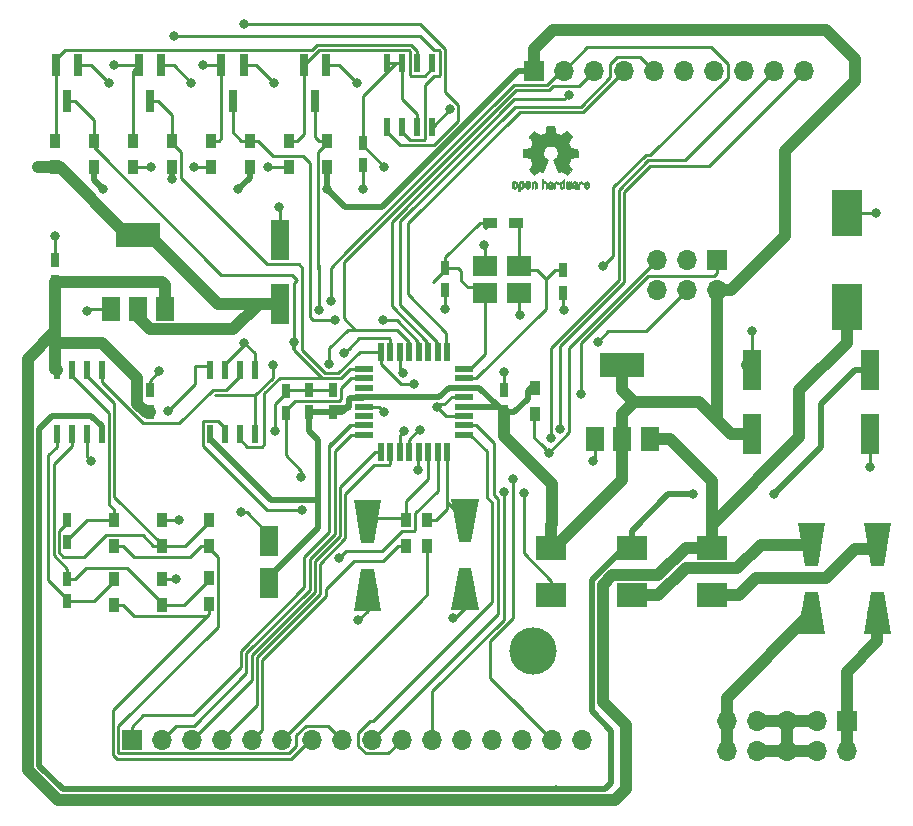
<source format=gbr>
G04 #@! TF.GenerationSoftware,KiCad,Pcbnew,(5.1.2)-1*
G04 #@! TF.CreationDate,2021-04-14T20:40:14-07:00*
G04 #@! TF.ProjectId,kicad-cpu-board-smt,6b696361-642d-4637-9075-2d626f617264,rev?*
G04 #@! TF.SameCoordinates,Original*
G04 #@! TF.FileFunction,Copper,L1,Top*
G04 #@! TF.FilePolarity,Positive*
%FSLAX46Y46*%
G04 Gerber Fmt 4.6, Leading zero omitted, Abs format (unit mm)*
G04 Created by KiCad (PCBNEW (5.1.2)-1) date 2021-04-14 20:40:14*
%MOMM*%
%LPD*%
G04 APERTURE LIST*
%ADD10C,0.010000*%
%ADD11C,1.676868*%
%ADD12C,0.100000*%
%ADD13R,1.600000X0.550000*%
%ADD14R,0.550000X1.600000*%
%ADD15R,0.600000X1.550000*%
%ADD16R,2.500000X4.000000*%
%ADD17R,2.100000X1.800000*%
%ADD18R,2.500000X2.000000*%
%ADD19R,1.600000X3.500000*%
%ADD20R,1.700000X1.700000*%
%ADD21O,1.700000X1.700000*%
%ADD22R,3.800000X2.000000*%
%ADD23R,1.500000X2.000000*%
%ADD24R,0.900000X1.200000*%
%ADD25R,1.200000X0.900000*%
%ADD26R,0.800000X1.900000*%
%ADD27R,0.750000X1.200000*%
%ADD28R,1.600000X2.600000*%
%ADD29C,4.000000*%
%ADD30C,0.800000*%
%ADD31C,1.000000*%
%ADD32C,0.250000*%
%ADD33C,0.500000*%
G04 APERTURE END LIST*
D10*
G36*
X55511744Y-27319918D02*
G01*
X55567201Y-27347568D01*
X55616148Y-27398480D01*
X55629629Y-27417338D01*
X55644314Y-27442015D01*
X55653842Y-27468816D01*
X55659293Y-27504587D01*
X55661747Y-27556169D01*
X55662286Y-27624267D01*
X55659852Y-27717588D01*
X55651394Y-27787657D01*
X55635174Y-27839931D01*
X55609454Y-27879869D01*
X55572497Y-27912929D01*
X55569782Y-27914886D01*
X55533360Y-27934908D01*
X55489502Y-27944815D01*
X55433724Y-27947257D01*
X55343048Y-27947257D01*
X55343010Y-28035283D01*
X55342166Y-28084308D01*
X55337024Y-28113065D01*
X55323587Y-28130311D01*
X55297858Y-28144808D01*
X55291679Y-28147769D01*
X55262764Y-28161648D01*
X55240376Y-28170414D01*
X55223729Y-28171171D01*
X55212036Y-28161023D01*
X55204510Y-28137073D01*
X55200366Y-28096426D01*
X55198815Y-28036186D01*
X55199071Y-27953455D01*
X55200349Y-27845339D01*
X55200748Y-27813000D01*
X55202185Y-27701524D01*
X55203472Y-27628603D01*
X55342971Y-27628603D01*
X55343755Y-27690499D01*
X55347240Y-27730997D01*
X55355124Y-27757708D01*
X55369105Y-27778244D01*
X55378597Y-27788260D01*
X55417404Y-27817567D01*
X55451763Y-27819952D01*
X55487216Y-27795750D01*
X55488114Y-27794857D01*
X55502539Y-27776153D01*
X55511313Y-27750732D01*
X55515739Y-27711584D01*
X55517118Y-27651697D01*
X55517143Y-27638430D01*
X55513812Y-27555901D01*
X55502969Y-27498691D01*
X55483340Y-27463766D01*
X55453650Y-27448094D01*
X55436491Y-27446514D01*
X55395766Y-27453926D01*
X55367832Y-27478330D01*
X55351017Y-27522980D01*
X55343650Y-27591130D01*
X55342971Y-27628603D01*
X55203472Y-27628603D01*
X55203708Y-27615245D01*
X55205677Y-27550333D01*
X55208450Y-27502958D01*
X55212388Y-27469290D01*
X55217849Y-27445498D01*
X55225192Y-27427753D01*
X55234777Y-27412224D01*
X55238887Y-27406381D01*
X55293405Y-27351185D01*
X55362336Y-27319890D01*
X55442072Y-27311165D01*
X55511744Y-27319918D01*
X55511744Y-27319918D01*
G37*
X55511744Y-27319918D02*
X55567201Y-27347568D01*
X55616148Y-27398480D01*
X55629629Y-27417338D01*
X55644314Y-27442015D01*
X55653842Y-27468816D01*
X55659293Y-27504587D01*
X55661747Y-27556169D01*
X55662286Y-27624267D01*
X55659852Y-27717588D01*
X55651394Y-27787657D01*
X55635174Y-27839931D01*
X55609454Y-27879869D01*
X55572497Y-27912929D01*
X55569782Y-27914886D01*
X55533360Y-27934908D01*
X55489502Y-27944815D01*
X55433724Y-27947257D01*
X55343048Y-27947257D01*
X55343010Y-28035283D01*
X55342166Y-28084308D01*
X55337024Y-28113065D01*
X55323587Y-28130311D01*
X55297858Y-28144808D01*
X55291679Y-28147769D01*
X55262764Y-28161648D01*
X55240376Y-28170414D01*
X55223729Y-28171171D01*
X55212036Y-28161023D01*
X55204510Y-28137073D01*
X55200366Y-28096426D01*
X55198815Y-28036186D01*
X55199071Y-27953455D01*
X55200349Y-27845339D01*
X55200748Y-27813000D01*
X55202185Y-27701524D01*
X55203472Y-27628603D01*
X55342971Y-27628603D01*
X55343755Y-27690499D01*
X55347240Y-27730997D01*
X55355124Y-27757708D01*
X55369105Y-27778244D01*
X55378597Y-27788260D01*
X55417404Y-27817567D01*
X55451763Y-27819952D01*
X55487216Y-27795750D01*
X55488114Y-27794857D01*
X55502539Y-27776153D01*
X55511313Y-27750732D01*
X55515739Y-27711584D01*
X55517118Y-27651697D01*
X55517143Y-27638430D01*
X55513812Y-27555901D01*
X55502969Y-27498691D01*
X55483340Y-27463766D01*
X55453650Y-27448094D01*
X55436491Y-27446514D01*
X55395766Y-27453926D01*
X55367832Y-27478330D01*
X55351017Y-27522980D01*
X55343650Y-27591130D01*
X55342971Y-27628603D01*
X55203472Y-27628603D01*
X55203708Y-27615245D01*
X55205677Y-27550333D01*
X55208450Y-27502958D01*
X55212388Y-27469290D01*
X55217849Y-27445498D01*
X55225192Y-27427753D01*
X55234777Y-27412224D01*
X55238887Y-27406381D01*
X55293405Y-27351185D01*
X55362336Y-27319890D01*
X55442072Y-27311165D01*
X55511744Y-27319918D01*
G36*
X56628093Y-27327780D02*
G01*
X56674672Y-27354723D01*
X56707057Y-27381466D01*
X56730742Y-27409484D01*
X56747059Y-27443748D01*
X56757339Y-27489227D01*
X56762914Y-27550892D01*
X56765116Y-27633711D01*
X56765371Y-27693246D01*
X56765371Y-27912391D01*
X56703686Y-27940044D01*
X56642000Y-27967697D01*
X56634743Y-27727670D01*
X56631744Y-27638028D01*
X56628598Y-27572962D01*
X56624701Y-27528026D01*
X56619447Y-27498770D01*
X56612231Y-27480748D01*
X56602450Y-27469511D01*
X56599312Y-27467079D01*
X56551761Y-27448083D01*
X56503697Y-27455600D01*
X56475086Y-27475543D01*
X56463447Y-27489675D01*
X56455391Y-27508220D01*
X56450271Y-27536334D01*
X56447441Y-27579173D01*
X56446256Y-27641895D01*
X56446057Y-27707261D01*
X56446018Y-27789268D01*
X56444614Y-27847316D01*
X56439914Y-27886465D01*
X56429987Y-27911780D01*
X56412903Y-27928323D01*
X56386732Y-27941156D01*
X56351775Y-27954491D01*
X56313596Y-27969007D01*
X56318141Y-27711389D01*
X56319971Y-27618519D01*
X56322112Y-27549889D01*
X56325181Y-27500711D01*
X56329794Y-27466198D01*
X56336568Y-27441562D01*
X56346119Y-27422016D01*
X56357634Y-27404770D01*
X56413190Y-27349680D01*
X56480980Y-27317822D01*
X56554713Y-27310191D01*
X56628093Y-27327780D01*
X56628093Y-27327780D01*
G37*
X56628093Y-27327780D02*
X56674672Y-27354723D01*
X56707057Y-27381466D01*
X56730742Y-27409484D01*
X56747059Y-27443748D01*
X56757339Y-27489227D01*
X56762914Y-27550892D01*
X56765116Y-27633711D01*
X56765371Y-27693246D01*
X56765371Y-27912391D01*
X56703686Y-27940044D01*
X56642000Y-27967697D01*
X56634743Y-27727670D01*
X56631744Y-27638028D01*
X56628598Y-27572962D01*
X56624701Y-27528026D01*
X56619447Y-27498770D01*
X56612231Y-27480748D01*
X56602450Y-27469511D01*
X56599312Y-27467079D01*
X56551761Y-27448083D01*
X56503697Y-27455600D01*
X56475086Y-27475543D01*
X56463447Y-27489675D01*
X56455391Y-27508220D01*
X56450271Y-27536334D01*
X56447441Y-27579173D01*
X56446256Y-27641895D01*
X56446057Y-27707261D01*
X56446018Y-27789268D01*
X56444614Y-27847316D01*
X56439914Y-27886465D01*
X56429987Y-27911780D01*
X56412903Y-27928323D01*
X56386732Y-27941156D01*
X56351775Y-27954491D01*
X56313596Y-27969007D01*
X56318141Y-27711389D01*
X56319971Y-27618519D01*
X56322112Y-27549889D01*
X56325181Y-27500711D01*
X56329794Y-27466198D01*
X56336568Y-27441562D01*
X56346119Y-27422016D01*
X56357634Y-27404770D01*
X56413190Y-27349680D01*
X56480980Y-27317822D01*
X56554713Y-27310191D01*
X56628093Y-27327780D01*
G36*
X54953115Y-27321962D02*
G01*
X55021145Y-27357733D01*
X55071351Y-27415301D01*
X55089185Y-27452312D01*
X55103063Y-27507882D01*
X55110167Y-27578096D01*
X55110840Y-27654727D01*
X55105427Y-27729552D01*
X55094270Y-27794342D01*
X55077714Y-27840873D01*
X55072626Y-27848887D01*
X55012355Y-27908707D01*
X54940769Y-27944535D01*
X54863092Y-27955020D01*
X54784548Y-27938810D01*
X54762689Y-27929092D01*
X54720122Y-27899143D01*
X54682763Y-27859433D01*
X54679232Y-27854397D01*
X54664881Y-27830124D01*
X54655394Y-27804178D01*
X54649790Y-27770022D01*
X54647086Y-27721119D01*
X54646299Y-27650935D01*
X54646286Y-27635200D01*
X54646322Y-27630192D01*
X54791429Y-27630192D01*
X54792273Y-27696430D01*
X54795596Y-27740386D01*
X54802583Y-27768779D01*
X54814416Y-27788325D01*
X54820457Y-27794857D01*
X54855186Y-27819680D01*
X54888903Y-27818548D01*
X54922995Y-27797016D01*
X54943329Y-27774029D01*
X54955371Y-27740478D01*
X54962134Y-27687569D01*
X54962598Y-27681399D01*
X54963752Y-27585513D01*
X54951688Y-27514299D01*
X54926570Y-27468194D01*
X54888560Y-27447635D01*
X54874992Y-27446514D01*
X54839364Y-27452152D01*
X54814994Y-27471686D01*
X54800093Y-27509042D01*
X54792875Y-27568150D01*
X54791429Y-27630192D01*
X54646322Y-27630192D01*
X54646826Y-27560413D01*
X54649096Y-27508159D01*
X54654068Y-27471949D01*
X54662713Y-27445299D01*
X54676005Y-27421722D01*
X54678943Y-27417338D01*
X54728313Y-27358249D01*
X54782109Y-27323947D01*
X54847602Y-27310331D01*
X54869842Y-27309665D01*
X54953115Y-27321962D01*
X54953115Y-27321962D01*
G37*
X54953115Y-27321962D02*
X55021145Y-27357733D01*
X55071351Y-27415301D01*
X55089185Y-27452312D01*
X55103063Y-27507882D01*
X55110167Y-27578096D01*
X55110840Y-27654727D01*
X55105427Y-27729552D01*
X55094270Y-27794342D01*
X55077714Y-27840873D01*
X55072626Y-27848887D01*
X55012355Y-27908707D01*
X54940769Y-27944535D01*
X54863092Y-27955020D01*
X54784548Y-27938810D01*
X54762689Y-27929092D01*
X54720122Y-27899143D01*
X54682763Y-27859433D01*
X54679232Y-27854397D01*
X54664881Y-27830124D01*
X54655394Y-27804178D01*
X54649790Y-27770022D01*
X54647086Y-27721119D01*
X54646299Y-27650935D01*
X54646286Y-27635200D01*
X54646322Y-27630192D01*
X54791429Y-27630192D01*
X54792273Y-27696430D01*
X54795596Y-27740386D01*
X54802583Y-27768779D01*
X54814416Y-27788325D01*
X54820457Y-27794857D01*
X54855186Y-27819680D01*
X54888903Y-27818548D01*
X54922995Y-27797016D01*
X54943329Y-27774029D01*
X54955371Y-27740478D01*
X54962134Y-27687569D01*
X54962598Y-27681399D01*
X54963752Y-27585513D01*
X54951688Y-27514299D01*
X54926570Y-27468194D01*
X54888560Y-27447635D01*
X54874992Y-27446514D01*
X54839364Y-27452152D01*
X54814994Y-27471686D01*
X54800093Y-27509042D01*
X54792875Y-27568150D01*
X54791429Y-27630192D01*
X54646322Y-27630192D01*
X54646826Y-27560413D01*
X54649096Y-27508159D01*
X54654068Y-27471949D01*
X54662713Y-27445299D01*
X54676005Y-27421722D01*
X54678943Y-27417338D01*
X54728313Y-27358249D01*
X54782109Y-27323947D01*
X54847602Y-27310331D01*
X54869842Y-27309665D01*
X54953115Y-27321962D01*
G36*
X56080303Y-27331239D02*
G01*
X56137527Y-27369735D01*
X56181749Y-27425335D01*
X56208167Y-27496086D01*
X56213510Y-27548162D01*
X56212903Y-27569893D01*
X56207822Y-27586531D01*
X56193855Y-27601437D01*
X56166589Y-27617973D01*
X56121612Y-27639498D01*
X56054511Y-27669374D01*
X56054171Y-27669524D01*
X55992407Y-27697813D01*
X55941759Y-27722933D01*
X55907404Y-27742179D01*
X55894518Y-27752848D01*
X55894514Y-27752934D01*
X55905872Y-27776166D01*
X55932431Y-27801774D01*
X55962923Y-27820221D01*
X55978370Y-27823886D01*
X56020515Y-27811212D01*
X56056808Y-27779471D01*
X56074517Y-27744572D01*
X56091552Y-27718845D01*
X56124922Y-27689546D01*
X56164149Y-27664235D01*
X56198756Y-27650471D01*
X56205993Y-27649714D01*
X56214139Y-27662160D01*
X56214630Y-27693972D01*
X56208643Y-27736866D01*
X56197357Y-27782558D01*
X56181950Y-27822761D01*
X56181171Y-27824322D01*
X56134804Y-27889062D01*
X56074711Y-27933097D01*
X56006465Y-27954711D01*
X55935638Y-27952185D01*
X55867804Y-27923804D01*
X55864788Y-27921808D01*
X55811427Y-27873448D01*
X55776340Y-27810352D01*
X55756922Y-27727387D01*
X55754316Y-27704078D01*
X55749701Y-27594055D01*
X55755233Y-27542748D01*
X55894514Y-27542748D01*
X55896324Y-27574753D01*
X55906222Y-27584093D01*
X55930898Y-27577105D01*
X55969795Y-27560587D01*
X56013275Y-27539881D01*
X56014356Y-27539333D01*
X56051209Y-27519949D01*
X56066000Y-27507013D01*
X56062353Y-27493451D01*
X56046995Y-27475632D01*
X56007923Y-27449845D01*
X55965846Y-27447950D01*
X55928103Y-27466717D01*
X55902034Y-27502915D01*
X55894514Y-27542748D01*
X55755233Y-27542748D01*
X55759194Y-27506027D01*
X55783550Y-27436212D01*
X55817456Y-27387302D01*
X55878653Y-27337878D01*
X55946063Y-27313359D01*
X56014880Y-27311797D01*
X56080303Y-27331239D01*
X56080303Y-27331239D01*
G37*
X56080303Y-27331239D02*
X56137527Y-27369735D01*
X56181749Y-27425335D01*
X56208167Y-27496086D01*
X56213510Y-27548162D01*
X56212903Y-27569893D01*
X56207822Y-27586531D01*
X56193855Y-27601437D01*
X56166589Y-27617973D01*
X56121612Y-27639498D01*
X56054511Y-27669374D01*
X56054171Y-27669524D01*
X55992407Y-27697813D01*
X55941759Y-27722933D01*
X55907404Y-27742179D01*
X55894518Y-27752848D01*
X55894514Y-27752934D01*
X55905872Y-27776166D01*
X55932431Y-27801774D01*
X55962923Y-27820221D01*
X55978370Y-27823886D01*
X56020515Y-27811212D01*
X56056808Y-27779471D01*
X56074517Y-27744572D01*
X56091552Y-27718845D01*
X56124922Y-27689546D01*
X56164149Y-27664235D01*
X56198756Y-27650471D01*
X56205993Y-27649714D01*
X56214139Y-27662160D01*
X56214630Y-27693972D01*
X56208643Y-27736866D01*
X56197357Y-27782558D01*
X56181950Y-27822761D01*
X56181171Y-27824322D01*
X56134804Y-27889062D01*
X56074711Y-27933097D01*
X56006465Y-27954711D01*
X55935638Y-27952185D01*
X55867804Y-27923804D01*
X55864788Y-27921808D01*
X55811427Y-27873448D01*
X55776340Y-27810352D01*
X55756922Y-27727387D01*
X55754316Y-27704078D01*
X55749701Y-27594055D01*
X55755233Y-27542748D01*
X55894514Y-27542748D01*
X55896324Y-27574753D01*
X55906222Y-27584093D01*
X55930898Y-27577105D01*
X55969795Y-27560587D01*
X56013275Y-27539881D01*
X56014356Y-27539333D01*
X56051209Y-27519949D01*
X56066000Y-27507013D01*
X56062353Y-27493451D01*
X56046995Y-27475632D01*
X56007923Y-27449845D01*
X55965846Y-27447950D01*
X55928103Y-27466717D01*
X55902034Y-27502915D01*
X55894514Y-27542748D01*
X55755233Y-27542748D01*
X55759194Y-27506027D01*
X55783550Y-27436212D01*
X55817456Y-27387302D01*
X55878653Y-27337878D01*
X55946063Y-27313359D01*
X56014880Y-27311797D01*
X56080303Y-27331239D01*
G36*
X57287886Y-27251289D02*
G01*
X57292139Y-27310613D01*
X57297025Y-27345572D01*
X57303795Y-27360820D01*
X57313702Y-27361015D01*
X57316914Y-27359195D01*
X57359644Y-27346015D01*
X57415227Y-27346785D01*
X57471737Y-27360333D01*
X57507082Y-27377861D01*
X57543321Y-27405861D01*
X57569813Y-27437549D01*
X57587999Y-27477813D01*
X57599322Y-27531543D01*
X57605222Y-27603626D01*
X57607143Y-27698951D01*
X57607177Y-27717237D01*
X57607200Y-27922646D01*
X57561491Y-27938580D01*
X57529027Y-27949420D01*
X57511215Y-27954468D01*
X57510691Y-27954514D01*
X57508937Y-27940828D01*
X57507444Y-27903076D01*
X57506326Y-27846224D01*
X57505697Y-27775234D01*
X57505600Y-27732073D01*
X57505398Y-27646973D01*
X57504358Y-27585981D01*
X57501831Y-27544177D01*
X57497164Y-27516642D01*
X57489707Y-27498456D01*
X57478811Y-27484698D01*
X57472007Y-27478073D01*
X57425272Y-27451375D01*
X57374272Y-27449375D01*
X57328001Y-27471955D01*
X57319444Y-27480107D01*
X57306893Y-27495436D01*
X57298188Y-27513618D01*
X57292631Y-27539909D01*
X57289526Y-27579562D01*
X57288176Y-27637832D01*
X57287886Y-27718173D01*
X57287886Y-27922646D01*
X57242177Y-27938580D01*
X57209713Y-27949420D01*
X57191901Y-27954468D01*
X57191377Y-27954514D01*
X57190037Y-27940623D01*
X57188828Y-27901439D01*
X57187801Y-27840700D01*
X57187002Y-27762141D01*
X57186481Y-27669498D01*
X57186286Y-27566509D01*
X57186286Y-27169342D01*
X57233457Y-27149444D01*
X57280629Y-27129547D01*
X57287886Y-27251289D01*
X57287886Y-27251289D01*
G37*
X57287886Y-27251289D02*
X57292139Y-27310613D01*
X57297025Y-27345572D01*
X57303795Y-27360820D01*
X57313702Y-27361015D01*
X57316914Y-27359195D01*
X57359644Y-27346015D01*
X57415227Y-27346785D01*
X57471737Y-27360333D01*
X57507082Y-27377861D01*
X57543321Y-27405861D01*
X57569813Y-27437549D01*
X57587999Y-27477813D01*
X57599322Y-27531543D01*
X57605222Y-27603626D01*
X57607143Y-27698951D01*
X57607177Y-27717237D01*
X57607200Y-27922646D01*
X57561491Y-27938580D01*
X57529027Y-27949420D01*
X57511215Y-27954468D01*
X57510691Y-27954514D01*
X57508937Y-27940828D01*
X57507444Y-27903076D01*
X57506326Y-27846224D01*
X57505697Y-27775234D01*
X57505600Y-27732073D01*
X57505398Y-27646973D01*
X57504358Y-27585981D01*
X57501831Y-27544177D01*
X57497164Y-27516642D01*
X57489707Y-27498456D01*
X57478811Y-27484698D01*
X57472007Y-27478073D01*
X57425272Y-27451375D01*
X57374272Y-27449375D01*
X57328001Y-27471955D01*
X57319444Y-27480107D01*
X57306893Y-27495436D01*
X57298188Y-27513618D01*
X57292631Y-27539909D01*
X57289526Y-27579562D01*
X57288176Y-27637832D01*
X57287886Y-27718173D01*
X57287886Y-27922646D01*
X57242177Y-27938580D01*
X57209713Y-27949420D01*
X57191901Y-27954468D01*
X57191377Y-27954514D01*
X57190037Y-27940623D01*
X57188828Y-27901439D01*
X57187801Y-27840700D01*
X57187002Y-27762141D01*
X57186481Y-27669498D01*
X57186286Y-27566509D01*
X57186286Y-27169342D01*
X57233457Y-27149444D01*
X57280629Y-27129547D01*
X57287886Y-27251289D01*
G36*
X57951744Y-27350968D02*
G01*
X58008616Y-27372087D01*
X58009267Y-27372493D01*
X58044440Y-27398380D01*
X58070407Y-27428633D01*
X58088670Y-27468058D01*
X58100732Y-27521462D01*
X58108096Y-27593651D01*
X58112264Y-27689432D01*
X58112629Y-27703078D01*
X58117876Y-27908842D01*
X58073716Y-27931678D01*
X58041763Y-27947110D01*
X58022470Y-27954423D01*
X58021578Y-27954514D01*
X58018239Y-27941022D01*
X58015587Y-27904626D01*
X58013956Y-27851452D01*
X58013600Y-27808393D01*
X58013592Y-27738641D01*
X58010403Y-27694837D01*
X57999288Y-27673944D01*
X57975501Y-27672925D01*
X57934296Y-27688741D01*
X57872086Y-27717815D01*
X57826341Y-27741963D01*
X57802813Y-27762913D01*
X57795896Y-27785747D01*
X57795886Y-27786877D01*
X57807299Y-27826212D01*
X57841092Y-27847462D01*
X57892809Y-27850539D01*
X57930061Y-27850006D01*
X57949703Y-27860735D01*
X57961952Y-27886505D01*
X57969002Y-27919337D01*
X57958842Y-27937966D01*
X57955017Y-27940632D01*
X57919001Y-27951340D01*
X57868566Y-27952856D01*
X57816626Y-27945759D01*
X57779822Y-27932788D01*
X57728938Y-27889585D01*
X57700014Y-27829446D01*
X57694286Y-27782462D01*
X57698657Y-27740082D01*
X57714475Y-27705488D01*
X57745797Y-27674763D01*
X57796678Y-27643990D01*
X57871176Y-27609252D01*
X57875714Y-27607288D01*
X57942821Y-27576287D01*
X57984232Y-27550862D01*
X58001981Y-27528014D01*
X57998107Y-27504745D01*
X57974643Y-27478056D01*
X57967627Y-27471914D01*
X57920630Y-27448100D01*
X57871933Y-27449103D01*
X57829522Y-27472451D01*
X57801384Y-27515675D01*
X57798769Y-27524160D01*
X57773308Y-27565308D01*
X57741001Y-27585128D01*
X57694286Y-27604770D01*
X57694286Y-27553950D01*
X57708496Y-27480082D01*
X57750675Y-27412327D01*
X57772624Y-27389661D01*
X57822517Y-27360569D01*
X57885967Y-27347400D01*
X57951744Y-27350968D01*
X57951744Y-27350968D01*
G37*
X57951744Y-27350968D02*
X58008616Y-27372087D01*
X58009267Y-27372493D01*
X58044440Y-27398380D01*
X58070407Y-27428633D01*
X58088670Y-27468058D01*
X58100732Y-27521462D01*
X58108096Y-27593651D01*
X58112264Y-27689432D01*
X58112629Y-27703078D01*
X58117876Y-27908842D01*
X58073716Y-27931678D01*
X58041763Y-27947110D01*
X58022470Y-27954423D01*
X58021578Y-27954514D01*
X58018239Y-27941022D01*
X58015587Y-27904626D01*
X58013956Y-27851452D01*
X58013600Y-27808393D01*
X58013592Y-27738641D01*
X58010403Y-27694837D01*
X57999288Y-27673944D01*
X57975501Y-27672925D01*
X57934296Y-27688741D01*
X57872086Y-27717815D01*
X57826341Y-27741963D01*
X57802813Y-27762913D01*
X57795896Y-27785747D01*
X57795886Y-27786877D01*
X57807299Y-27826212D01*
X57841092Y-27847462D01*
X57892809Y-27850539D01*
X57930061Y-27850006D01*
X57949703Y-27860735D01*
X57961952Y-27886505D01*
X57969002Y-27919337D01*
X57958842Y-27937966D01*
X57955017Y-27940632D01*
X57919001Y-27951340D01*
X57868566Y-27952856D01*
X57816626Y-27945759D01*
X57779822Y-27932788D01*
X57728938Y-27889585D01*
X57700014Y-27829446D01*
X57694286Y-27782462D01*
X57698657Y-27740082D01*
X57714475Y-27705488D01*
X57745797Y-27674763D01*
X57796678Y-27643990D01*
X57871176Y-27609252D01*
X57875714Y-27607288D01*
X57942821Y-27576287D01*
X57984232Y-27550862D01*
X58001981Y-27528014D01*
X57998107Y-27504745D01*
X57974643Y-27478056D01*
X57967627Y-27471914D01*
X57920630Y-27448100D01*
X57871933Y-27449103D01*
X57829522Y-27472451D01*
X57801384Y-27515675D01*
X57798769Y-27524160D01*
X57773308Y-27565308D01*
X57741001Y-27585128D01*
X57694286Y-27604770D01*
X57694286Y-27553950D01*
X57708496Y-27480082D01*
X57750675Y-27412327D01*
X57772624Y-27389661D01*
X57822517Y-27360569D01*
X57885967Y-27347400D01*
X57951744Y-27350968D01*
G36*
X58441926Y-27349755D02*
G01*
X58507858Y-27374084D01*
X58561273Y-27417117D01*
X58582164Y-27447409D01*
X58604939Y-27502994D01*
X58604466Y-27543186D01*
X58580562Y-27570217D01*
X58571717Y-27574813D01*
X58533530Y-27589144D01*
X58514028Y-27585472D01*
X58507422Y-27561407D01*
X58507086Y-27548114D01*
X58494992Y-27499210D01*
X58463471Y-27464999D01*
X58419659Y-27448476D01*
X58370695Y-27452634D01*
X58330894Y-27474227D01*
X58317450Y-27486544D01*
X58307921Y-27501487D01*
X58301485Y-27524075D01*
X58297317Y-27559328D01*
X58294597Y-27612266D01*
X58292502Y-27687907D01*
X58291960Y-27711857D01*
X58289981Y-27793790D01*
X58287731Y-27851455D01*
X58284357Y-27889608D01*
X58279006Y-27913004D01*
X58270824Y-27926398D01*
X58258959Y-27934545D01*
X58251362Y-27938144D01*
X58219102Y-27950452D01*
X58200111Y-27954514D01*
X58193836Y-27940948D01*
X58190006Y-27899934D01*
X58188600Y-27830999D01*
X58189598Y-27733669D01*
X58189908Y-27718657D01*
X58192101Y-27629859D01*
X58194693Y-27565019D01*
X58198382Y-27519067D01*
X58203864Y-27486935D01*
X58211835Y-27463553D01*
X58222993Y-27443852D01*
X58228830Y-27435410D01*
X58262296Y-27398057D01*
X58299727Y-27369003D01*
X58304309Y-27366467D01*
X58371426Y-27346443D01*
X58441926Y-27349755D01*
X58441926Y-27349755D01*
G37*
X58441926Y-27349755D02*
X58507858Y-27374084D01*
X58561273Y-27417117D01*
X58582164Y-27447409D01*
X58604939Y-27502994D01*
X58604466Y-27543186D01*
X58580562Y-27570217D01*
X58571717Y-27574813D01*
X58533530Y-27589144D01*
X58514028Y-27585472D01*
X58507422Y-27561407D01*
X58507086Y-27548114D01*
X58494992Y-27499210D01*
X58463471Y-27464999D01*
X58419659Y-27448476D01*
X58370695Y-27452634D01*
X58330894Y-27474227D01*
X58317450Y-27486544D01*
X58307921Y-27501487D01*
X58301485Y-27524075D01*
X58297317Y-27559328D01*
X58294597Y-27612266D01*
X58292502Y-27687907D01*
X58291960Y-27711857D01*
X58289981Y-27793790D01*
X58287731Y-27851455D01*
X58284357Y-27889608D01*
X58279006Y-27913004D01*
X58270824Y-27926398D01*
X58258959Y-27934545D01*
X58251362Y-27938144D01*
X58219102Y-27950452D01*
X58200111Y-27954514D01*
X58193836Y-27940948D01*
X58190006Y-27899934D01*
X58188600Y-27830999D01*
X58189598Y-27733669D01*
X58189908Y-27718657D01*
X58192101Y-27629859D01*
X58194693Y-27565019D01*
X58198382Y-27519067D01*
X58203864Y-27486935D01*
X58211835Y-27463553D01*
X58222993Y-27443852D01*
X58228830Y-27435410D01*
X58262296Y-27398057D01*
X58299727Y-27369003D01*
X58304309Y-27366467D01*
X58371426Y-27346443D01*
X58441926Y-27349755D01*
G36*
X59102117Y-27465358D02*
G01*
X59101933Y-27573837D01*
X59101219Y-27657287D01*
X59099675Y-27719704D01*
X59097001Y-27765085D01*
X59092894Y-27797429D01*
X59087055Y-27820733D01*
X59079182Y-27838995D01*
X59073221Y-27849418D01*
X59023855Y-27905945D01*
X58961264Y-27941377D01*
X58892013Y-27954090D01*
X58822668Y-27942463D01*
X58781375Y-27921568D01*
X58738025Y-27885422D01*
X58708481Y-27841276D01*
X58690655Y-27783462D01*
X58682463Y-27706313D01*
X58681302Y-27649714D01*
X58681458Y-27645647D01*
X58782857Y-27645647D01*
X58783476Y-27710550D01*
X58786314Y-27753514D01*
X58792840Y-27781622D01*
X58804523Y-27801953D01*
X58818483Y-27817288D01*
X58865365Y-27846890D01*
X58915701Y-27849419D01*
X58963276Y-27824705D01*
X58966979Y-27821356D01*
X58982783Y-27803935D01*
X58992693Y-27783209D01*
X58998058Y-27752362D01*
X59000228Y-27704577D01*
X59000571Y-27651748D01*
X58999827Y-27585381D01*
X58996748Y-27541106D01*
X58990061Y-27512009D01*
X58978496Y-27491173D01*
X58969013Y-27480107D01*
X58924960Y-27452198D01*
X58874224Y-27448843D01*
X58825796Y-27470159D01*
X58816450Y-27478073D01*
X58800540Y-27495647D01*
X58790610Y-27516587D01*
X58785278Y-27547782D01*
X58783163Y-27596122D01*
X58782857Y-27645647D01*
X58681458Y-27645647D01*
X58684810Y-27558568D01*
X58696726Y-27490086D01*
X58719135Y-27438600D01*
X58754124Y-27398443D01*
X58781375Y-27377861D01*
X58830907Y-27355625D01*
X58888316Y-27345304D01*
X58941682Y-27348067D01*
X58971543Y-27359212D01*
X58983261Y-27362383D01*
X58991037Y-27350557D01*
X58996465Y-27318866D01*
X59000571Y-27270593D01*
X59005067Y-27216829D01*
X59011313Y-27184482D01*
X59022676Y-27165985D01*
X59042528Y-27153770D01*
X59055000Y-27148362D01*
X59102171Y-27128601D01*
X59102117Y-27465358D01*
X59102117Y-27465358D01*
G37*
X59102117Y-27465358D02*
X59101933Y-27573837D01*
X59101219Y-27657287D01*
X59099675Y-27719704D01*
X59097001Y-27765085D01*
X59092894Y-27797429D01*
X59087055Y-27820733D01*
X59079182Y-27838995D01*
X59073221Y-27849418D01*
X59023855Y-27905945D01*
X58961264Y-27941377D01*
X58892013Y-27954090D01*
X58822668Y-27942463D01*
X58781375Y-27921568D01*
X58738025Y-27885422D01*
X58708481Y-27841276D01*
X58690655Y-27783462D01*
X58682463Y-27706313D01*
X58681302Y-27649714D01*
X58681458Y-27645647D01*
X58782857Y-27645647D01*
X58783476Y-27710550D01*
X58786314Y-27753514D01*
X58792840Y-27781622D01*
X58804523Y-27801953D01*
X58818483Y-27817288D01*
X58865365Y-27846890D01*
X58915701Y-27849419D01*
X58963276Y-27824705D01*
X58966979Y-27821356D01*
X58982783Y-27803935D01*
X58992693Y-27783209D01*
X58998058Y-27752362D01*
X59000228Y-27704577D01*
X59000571Y-27651748D01*
X58999827Y-27585381D01*
X58996748Y-27541106D01*
X58990061Y-27512009D01*
X58978496Y-27491173D01*
X58969013Y-27480107D01*
X58924960Y-27452198D01*
X58874224Y-27448843D01*
X58825796Y-27470159D01*
X58816450Y-27478073D01*
X58800540Y-27495647D01*
X58790610Y-27516587D01*
X58785278Y-27547782D01*
X58783163Y-27596122D01*
X58782857Y-27645647D01*
X58681458Y-27645647D01*
X58684810Y-27558568D01*
X58696726Y-27490086D01*
X58719135Y-27438600D01*
X58754124Y-27398443D01*
X58781375Y-27377861D01*
X58830907Y-27355625D01*
X58888316Y-27345304D01*
X58941682Y-27348067D01*
X58971543Y-27359212D01*
X58983261Y-27362383D01*
X58991037Y-27350557D01*
X58996465Y-27318866D01*
X59000571Y-27270593D01*
X59005067Y-27216829D01*
X59011313Y-27184482D01*
X59022676Y-27165985D01*
X59042528Y-27153770D01*
X59055000Y-27148362D01*
X59102171Y-27128601D01*
X59102117Y-27465358D01*
G36*
X59691833Y-27358663D02*
G01*
X59694048Y-27396850D01*
X59695784Y-27454886D01*
X59696899Y-27528180D01*
X59697257Y-27605055D01*
X59697257Y-27865196D01*
X59651326Y-27911127D01*
X59619675Y-27939429D01*
X59591890Y-27950893D01*
X59553915Y-27950168D01*
X59538840Y-27948321D01*
X59491726Y-27942948D01*
X59452756Y-27939869D01*
X59443257Y-27939585D01*
X59411233Y-27941445D01*
X59365432Y-27946114D01*
X59347674Y-27948321D01*
X59304057Y-27951735D01*
X59274745Y-27944320D01*
X59245680Y-27921427D01*
X59235188Y-27911127D01*
X59189257Y-27865196D01*
X59189257Y-27378602D01*
X59226226Y-27361758D01*
X59258059Y-27349282D01*
X59276683Y-27344914D01*
X59281458Y-27358718D01*
X59285921Y-27397286D01*
X59289775Y-27456356D01*
X59292722Y-27531663D01*
X59294143Y-27595286D01*
X59298114Y-27845657D01*
X59332759Y-27850556D01*
X59364268Y-27847131D01*
X59379708Y-27836041D01*
X59384023Y-27815308D01*
X59387708Y-27771145D01*
X59390469Y-27709146D01*
X59392012Y-27634909D01*
X59392235Y-27596706D01*
X59392457Y-27376783D01*
X59438166Y-27360849D01*
X59470518Y-27350015D01*
X59488115Y-27344962D01*
X59488623Y-27344914D01*
X59490388Y-27358648D01*
X59492329Y-27396730D01*
X59494282Y-27454482D01*
X59496084Y-27527227D01*
X59497343Y-27595286D01*
X59501314Y-27845657D01*
X59588400Y-27845657D01*
X59592396Y-27617240D01*
X59596392Y-27388822D01*
X59638847Y-27366868D01*
X59670192Y-27351793D01*
X59688744Y-27344951D01*
X59689279Y-27344914D01*
X59691833Y-27358663D01*
X59691833Y-27358663D01*
G37*
X59691833Y-27358663D02*
X59694048Y-27396850D01*
X59695784Y-27454886D01*
X59696899Y-27528180D01*
X59697257Y-27605055D01*
X59697257Y-27865196D01*
X59651326Y-27911127D01*
X59619675Y-27939429D01*
X59591890Y-27950893D01*
X59553915Y-27950168D01*
X59538840Y-27948321D01*
X59491726Y-27942948D01*
X59452756Y-27939869D01*
X59443257Y-27939585D01*
X59411233Y-27941445D01*
X59365432Y-27946114D01*
X59347674Y-27948321D01*
X59304057Y-27951735D01*
X59274745Y-27944320D01*
X59245680Y-27921427D01*
X59235188Y-27911127D01*
X59189257Y-27865196D01*
X59189257Y-27378602D01*
X59226226Y-27361758D01*
X59258059Y-27349282D01*
X59276683Y-27344914D01*
X59281458Y-27358718D01*
X59285921Y-27397286D01*
X59289775Y-27456356D01*
X59292722Y-27531663D01*
X59294143Y-27595286D01*
X59298114Y-27845657D01*
X59332759Y-27850556D01*
X59364268Y-27847131D01*
X59379708Y-27836041D01*
X59384023Y-27815308D01*
X59387708Y-27771145D01*
X59390469Y-27709146D01*
X59392012Y-27634909D01*
X59392235Y-27596706D01*
X59392457Y-27376783D01*
X59438166Y-27360849D01*
X59470518Y-27350015D01*
X59488115Y-27344962D01*
X59488623Y-27344914D01*
X59490388Y-27358648D01*
X59492329Y-27396730D01*
X59494282Y-27454482D01*
X59496084Y-27527227D01*
X59497343Y-27595286D01*
X59501314Y-27845657D01*
X59588400Y-27845657D01*
X59592396Y-27617240D01*
X59596392Y-27388822D01*
X59638847Y-27366868D01*
X59670192Y-27351793D01*
X59688744Y-27344951D01*
X59689279Y-27344914D01*
X59691833Y-27358663D01*
G36*
X60056876Y-27356335D02*
G01*
X60098667Y-27375344D01*
X60131469Y-27398378D01*
X60155503Y-27424133D01*
X60172097Y-27457358D01*
X60182577Y-27502800D01*
X60188271Y-27565207D01*
X60190507Y-27649327D01*
X60190743Y-27704721D01*
X60190743Y-27920826D01*
X60153774Y-27937670D01*
X60124656Y-27949981D01*
X60110231Y-27954514D01*
X60107472Y-27941025D01*
X60105282Y-27904653D01*
X60103942Y-27851542D01*
X60103657Y-27809372D01*
X60102434Y-27748447D01*
X60099136Y-27700115D01*
X60094321Y-27670518D01*
X60090496Y-27664229D01*
X60064783Y-27670652D01*
X60024418Y-27687125D01*
X59977679Y-27709458D01*
X59932845Y-27733457D01*
X59898193Y-27754930D01*
X59882002Y-27769685D01*
X59881938Y-27769845D01*
X59883330Y-27797152D01*
X59895818Y-27823219D01*
X59917743Y-27844392D01*
X59949743Y-27851474D01*
X59977092Y-27850649D01*
X60015826Y-27850042D01*
X60036158Y-27859116D01*
X60048369Y-27883092D01*
X60049909Y-27887613D01*
X60055203Y-27921806D01*
X60041047Y-27942568D01*
X60004148Y-27952462D01*
X59964289Y-27954292D01*
X59892562Y-27940727D01*
X59855432Y-27921355D01*
X59809576Y-27875845D01*
X59785256Y-27819983D01*
X59783073Y-27760957D01*
X59803629Y-27705953D01*
X59834549Y-27671486D01*
X59865420Y-27652189D01*
X59913942Y-27627759D01*
X59970485Y-27602985D01*
X59979910Y-27599199D01*
X60042019Y-27571791D01*
X60077822Y-27547634D01*
X60089337Y-27523619D01*
X60078580Y-27496635D01*
X60060114Y-27475543D01*
X60016469Y-27449572D01*
X59968446Y-27447624D01*
X59924406Y-27467637D01*
X59892709Y-27507551D01*
X59888549Y-27517848D01*
X59864327Y-27555724D01*
X59828965Y-27583842D01*
X59784343Y-27606917D01*
X59784343Y-27541485D01*
X59786969Y-27501506D01*
X59798230Y-27469997D01*
X59823199Y-27436378D01*
X59847169Y-27410484D01*
X59884441Y-27373817D01*
X59913401Y-27354121D01*
X59944505Y-27346220D01*
X59979713Y-27344914D01*
X60056876Y-27356335D01*
X60056876Y-27356335D01*
G37*
X60056876Y-27356335D02*
X60098667Y-27375344D01*
X60131469Y-27398378D01*
X60155503Y-27424133D01*
X60172097Y-27457358D01*
X60182577Y-27502800D01*
X60188271Y-27565207D01*
X60190507Y-27649327D01*
X60190743Y-27704721D01*
X60190743Y-27920826D01*
X60153774Y-27937670D01*
X60124656Y-27949981D01*
X60110231Y-27954514D01*
X60107472Y-27941025D01*
X60105282Y-27904653D01*
X60103942Y-27851542D01*
X60103657Y-27809372D01*
X60102434Y-27748447D01*
X60099136Y-27700115D01*
X60094321Y-27670518D01*
X60090496Y-27664229D01*
X60064783Y-27670652D01*
X60024418Y-27687125D01*
X59977679Y-27709458D01*
X59932845Y-27733457D01*
X59898193Y-27754930D01*
X59882002Y-27769685D01*
X59881938Y-27769845D01*
X59883330Y-27797152D01*
X59895818Y-27823219D01*
X59917743Y-27844392D01*
X59949743Y-27851474D01*
X59977092Y-27850649D01*
X60015826Y-27850042D01*
X60036158Y-27859116D01*
X60048369Y-27883092D01*
X60049909Y-27887613D01*
X60055203Y-27921806D01*
X60041047Y-27942568D01*
X60004148Y-27952462D01*
X59964289Y-27954292D01*
X59892562Y-27940727D01*
X59855432Y-27921355D01*
X59809576Y-27875845D01*
X59785256Y-27819983D01*
X59783073Y-27760957D01*
X59803629Y-27705953D01*
X59834549Y-27671486D01*
X59865420Y-27652189D01*
X59913942Y-27627759D01*
X59970485Y-27602985D01*
X59979910Y-27599199D01*
X60042019Y-27571791D01*
X60077822Y-27547634D01*
X60089337Y-27523619D01*
X60078580Y-27496635D01*
X60060114Y-27475543D01*
X60016469Y-27449572D01*
X59968446Y-27447624D01*
X59924406Y-27467637D01*
X59892709Y-27507551D01*
X59888549Y-27517848D01*
X59864327Y-27555724D01*
X59828965Y-27583842D01*
X59784343Y-27606917D01*
X59784343Y-27541485D01*
X59786969Y-27501506D01*
X59798230Y-27469997D01*
X59823199Y-27436378D01*
X59847169Y-27410484D01*
X59884441Y-27373817D01*
X59913401Y-27354121D01*
X59944505Y-27346220D01*
X59979713Y-27344914D01*
X60056876Y-27356335D01*
G36*
X60564600Y-27358752D02*
G01*
X60581948Y-27366334D01*
X60623356Y-27399128D01*
X60658765Y-27446547D01*
X60680664Y-27497151D01*
X60684229Y-27522098D01*
X60672279Y-27556927D01*
X60646067Y-27575357D01*
X60617964Y-27586516D01*
X60605095Y-27588572D01*
X60598829Y-27573649D01*
X60586456Y-27541175D01*
X60581028Y-27526502D01*
X60550590Y-27475744D01*
X60506520Y-27450427D01*
X60450010Y-27451206D01*
X60445825Y-27452203D01*
X60415655Y-27466507D01*
X60393476Y-27494393D01*
X60378327Y-27539287D01*
X60369250Y-27604615D01*
X60365286Y-27693804D01*
X60364914Y-27741261D01*
X60364730Y-27816071D01*
X60363522Y-27867069D01*
X60360309Y-27899471D01*
X60354109Y-27918495D01*
X60343940Y-27929356D01*
X60328819Y-27937272D01*
X60327946Y-27937670D01*
X60298828Y-27949981D01*
X60284403Y-27954514D01*
X60282186Y-27940809D01*
X60280289Y-27902925D01*
X60278847Y-27845715D01*
X60277998Y-27774027D01*
X60277829Y-27721565D01*
X60278692Y-27620047D01*
X60282070Y-27543032D01*
X60289142Y-27486023D01*
X60301088Y-27444526D01*
X60319090Y-27414043D01*
X60344327Y-27390080D01*
X60369247Y-27373355D01*
X60429171Y-27351097D01*
X60498911Y-27346076D01*
X60564600Y-27358752D01*
X60564600Y-27358752D01*
G37*
X60564600Y-27358752D02*
X60581948Y-27366334D01*
X60623356Y-27399128D01*
X60658765Y-27446547D01*
X60680664Y-27497151D01*
X60684229Y-27522098D01*
X60672279Y-27556927D01*
X60646067Y-27575357D01*
X60617964Y-27586516D01*
X60605095Y-27588572D01*
X60598829Y-27573649D01*
X60586456Y-27541175D01*
X60581028Y-27526502D01*
X60550590Y-27475744D01*
X60506520Y-27450427D01*
X60450010Y-27451206D01*
X60445825Y-27452203D01*
X60415655Y-27466507D01*
X60393476Y-27494393D01*
X60378327Y-27539287D01*
X60369250Y-27604615D01*
X60365286Y-27693804D01*
X60364914Y-27741261D01*
X60364730Y-27816071D01*
X60363522Y-27867069D01*
X60360309Y-27899471D01*
X60354109Y-27918495D01*
X60343940Y-27929356D01*
X60328819Y-27937272D01*
X60327946Y-27937670D01*
X60298828Y-27949981D01*
X60284403Y-27954514D01*
X60282186Y-27940809D01*
X60280289Y-27902925D01*
X60278847Y-27845715D01*
X60277998Y-27774027D01*
X60277829Y-27721565D01*
X60278692Y-27620047D01*
X60282070Y-27543032D01*
X60289142Y-27486023D01*
X60301088Y-27444526D01*
X60319090Y-27414043D01*
X60344327Y-27390080D01*
X60369247Y-27373355D01*
X60429171Y-27351097D01*
X60498911Y-27346076D01*
X60564600Y-27358752D01*
G36*
X61065595Y-27366966D02*
G01*
X61123021Y-27404497D01*
X61150719Y-27438096D01*
X61172662Y-27499064D01*
X61174405Y-27547308D01*
X61170457Y-27611816D01*
X61021686Y-27676934D01*
X60949349Y-27710202D01*
X60902084Y-27736964D01*
X60877507Y-27760144D01*
X60873237Y-27782667D01*
X60886889Y-27807455D01*
X60901943Y-27823886D01*
X60945746Y-27850235D01*
X60993389Y-27852081D01*
X61037145Y-27831546D01*
X61069289Y-27790752D01*
X61075038Y-27776347D01*
X61102576Y-27731356D01*
X61134258Y-27712182D01*
X61177714Y-27695779D01*
X61177714Y-27757966D01*
X61173872Y-27800283D01*
X61158823Y-27835969D01*
X61127280Y-27876943D01*
X61122592Y-27882267D01*
X61087506Y-27918720D01*
X61057347Y-27938283D01*
X61019615Y-27947283D01*
X60988335Y-27950230D01*
X60932385Y-27950965D01*
X60892555Y-27941660D01*
X60867708Y-27927846D01*
X60828656Y-27897467D01*
X60801625Y-27864613D01*
X60784517Y-27823294D01*
X60775238Y-27767521D01*
X60771693Y-27691305D01*
X60771410Y-27652622D01*
X60772372Y-27606247D01*
X60860007Y-27606247D01*
X60861023Y-27631126D01*
X60863556Y-27635200D01*
X60880274Y-27629665D01*
X60916249Y-27615017D01*
X60964331Y-27594190D01*
X60974386Y-27589714D01*
X61035152Y-27558814D01*
X61068632Y-27531657D01*
X61075990Y-27506220D01*
X61058391Y-27480481D01*
X61043856Y-27469109D01*
X60991410Y-27446364D01*
X60942322Y-27450122D01*
X60901227Y-27477884D01*
X60872758Y-27527152D01*
X60863631Y-27566257D01*
X60860007Y-27606247D01*
X60772372Y-27606247D01*
X60773285Y-27562249D01*
X60780196Y-27495384D01*
X60793884Y-27446695D01*
X60816096Y-27410849D01*
X60848574Y-27382513D01*
X60862733Y-27373355D01*
X60927053Y-27349507D01*
X60997473Y-27348006D01*
X61065595Y-27366966D01*
X61065595Y-27366966D01*
G37*
X61065595Y-27366966D02*
X61123021Y-27404497D01*
X61150719Y-27438096D01*
X61172662Y-27499064D01*
X61174405Y-27547308D01*
X61170457Y-27611816D01*
X61021686Y-27676934D01*
X60949349Y-27710202D01*
X60902084Y-27736964D01*
X60877507Y-27760144D01*
X60873237Y-27782667D01*
X60886889Y-27807455D01*
X60901943Y-27823886D01*
X60945746Y-27850235D01*
X60993389Y-27852081D01*
X61037145Y-27831546D01*
X61069289Y-27790752D01*
X61075038Y-27776347D01*
X61102576Y-27731356D01*
X61134258Y-27712182D01*
X61177714Y-27695779D01*
X61177714Y-27757966D01*
X61173872Y-27800283D01*
X61158823Y-27835969D01*
X61127280Y-27876943D01*
X61122592Y-27882267D01*
X61087506Y-27918720D01*
X61057347Y-27938283D01*
X61019615Y-27947283D01*
X60988335Y-27950230D01*
X60932385Y-27950965D01*
X60892555Y-27941660D01*
X60867708Y-27927846D01*
X60828656Y-27897467D01*
X60801625Y-27864613D01*
X60784517Y-27823294D01*
X60775238Y-27767521D01*
X60771693Y-27691305D01*
X60771410Y-27652622D01*
X60772372Y-27606247D01*
X60860007Y-27606247D01*
X60861023Y-27631126D01*
X60863556Y-27635200D01*
X60880274Y-27629665D01*
X60916249Y-27615017D01*
X60964331Y-27594190D01*
X60974386Y-27589714D01*
X61035152Y-27558814D01*
X61068632Y-27531657D01*
X61075990Y-27506220D01*
X61058391Y-27480481D01*
X61043856Y-27469109D01*
X60991410Y-27446364D01*
X60942322Y-27450122D01*
X60901227Y-27477884D01*
X60872758Y-27527152D01*
X60863631Y-27566257D01*
X60860007Y-27606247D01*
X60772372Y-27606247D01*
X60773285Y-27562249D01*
X60780196Y-27495384D01*
X60793884Y-27446695D01*
X60816096Y-27410849D01*
X60848574Y-27382513D01*
X60862733Y-27373355D01*
X60927053Y-27349507D01*
X60997473Y-27348006D01*
X61065595Y-27366966D01*
G36*
X58015910Y-22642348D02*
G01*
X58094454Y-22642778D01*
X58151298Y-22643942D01*
X58190105Y-22646207D01*
X58214538Y-22649940D01*
X58228262Y-22655506D01*
X58234940Y-22663273D01*
X58238236Y-22673605D01*
X58238556Y-22674943D01*
X58243562Y-22699079D01*
X58252829Y-22746701D01*
X58265392Y-22812741D01*
X58280287Y-22892128D01*
X58296551Y-22979796D01*
X58297119Y-22982875D01*
X58313410Y-23068789D01*
X58328652Y-23144696D01*
X58341861Y-23206045D01*
X58352054Y-23248282D01*
X58358248Y-23266855D01*
X58358543Y-23267184D01*
X58376788Y-23276253D01*
X58414405Y-23291367D01*
X58463271Y-23309262D01*
X58463543Y-23309358D01*
X58525093Y-23332493D01*
X58597657Y-23361965D01*
X58666057Y-23391597D01*
X58669294Y-23393062D01*
X58780702Y-23443626D01*
X59027399Y-23275160D01*
X59103077Y-23223803D01*
X59171631Y-23177889D01*
X59229088Y-23140030D01*
X59271476Y-23112837D01*
X59294825Y-23098921D01*
X59297042Y-23097889D01*
X59314010Y-23102484D01*
X59345701Y-23124655D01*
X59393352Y-23165447D01*
X59458198Y-23225905D01*
X59524397Y-23290227D01*
X59588214Y-23353612D01*
X59645329Y-23411451D01*
X59692305Y-23460175D01*
X59725703Y-23496210D01*
X59742085Y-23515984D01*
X59742694Y-23517002D01*
X59744505Y-23530572D01*
X59737683Y-23552733D01*
X59720540Y-23586478D01*
X59691393Y-23634800D01*
X59648555Y-23700692D01*
X59591448Y-23785517D01*
X59540766Y-23860177D01*
X59495461Y-23927140D01*
X59458150Y-23982516D01*
X59431452Y-24022420D01*
X59417985Y-24042962D01*
X59417137Y-24044356D01*
X59418781Y-24064038D01*
X59431245Y-24102293D01*
X59452048Y-24151889D01*
X59459462Y-24167728D01*
X59491814Y-24238290D01*
X59526328Y-24318353D01*
X59554365Y-24387629D01*
X59574568Y-24439045D01*
X59590615Y-24478119D01*
X59599888Y-24498541D01*
X59601041Y-24500114D01*
X59618096Y-24502721D01*
X59658298Y-24509863D01*
X59716302Y-24520523D01*
X59786763Y-24533685D01*
X59864335Y-24548333D01*
X59943672Y-24563449D01*
X60019431Y-24578018D01*
X60086264Y-24591022D01*
X60138828Y-24601445D01*
X60171776Y-24608270D01*
X60179857Y-24610199D01*
X60188205Y-24614962D01*
X60194506Y-24625718D01*
X60199045Y-24646098D01*
X60202104Y-24679734D01*
X60203967Y-24730255D01*
X60204918Y-24801292D01*
X60205240Y-24896476D01*
X60205257Y-24935492D01*
X60205257Y-25252799D01*
X60129057Y-25267839D01*
X60086663Y-25275995D01*
X60023400Y-25287899D01*
X59946962Y-25302116D01*
X59865043Y-25317210D01*
X59842400Y-25321355D01*
X59766806Y-25336053D01*
X59700953Y-25350505D01*
X59650366Y-25363375D01*
X59620574Y-25373322D01*
X59615612Y-25376287D01*
X59603426Y-25397283D01*
X59585953Y-25437967D01*
X59566577Y-25490322D01*
X59562734Y-25501600D01*
X59537339Y-25571523D01*
X59505817Y-25650418D01*
X59474969Y-25721266D01*
X59474817Y-25721595D01*
X59423447Y-25832733D01*
X59592399Y-26081253D01*
X59761352Y-26329772D01*
X59544429Y-26547058D01*
X59478819Y-26611726D01*
X59418979Y-26668733D01*
X59368267Y-26715033D01*
X59330046Y-26747584D01*
X59307675Y-26763343D01*
X59304466Y-26764343D01*
X59285626Y-26756469D01*
X59247180Y-26734578D01*
X59193330Y-26701267D01*
X59128276Y-26659131D01*
X59057940Y-26611943D01*
X58986555Y-26563810D01*
X58922908Y-26521928D01*
X58871041Y-26488871D01*
X58834995Y-26467218D01*
X58818867Y-26459543D01*
X58799189Y-26466037D01*
X58761875Y-26483150D01*
X58714621Y-26507326D01*
X58709612Y-26510013D01*
X58645977Y-26541927D01*
X58602341Y-26557579D01*
X58575202Y-26557745D01*
X58561057Y-26543204D01*
X58560975Y-26543000D01*
X58553905Y-26525779D01*
X58537042Y-26484899D01*
X58511695Y-26423525D01*
X58479171Y-26344819D01*
X58440778Y-26251947D01*
X58397822Y-26148072D01*
X58356222Y-26047502D01*
X58310504Y-25936516D01*
X58268526Y-25833703D01*
X58231548Y-25742215D01*
X58200827Y-25665201D01*
X58177622Y-25605815D01*
X58163190Y-25567209D01*
X58158743Y-25552800D01*
X58169896Y-25536272D01*
X58199069Y-25509930D01*
X58237971Y-25480887D01*
X58348757Y-25389039D01*
X58435351Y-25283759D01*
X58496716Y-25167266D01*
X58531815Y-25041776D01*
X58539608Y-24909507D01*
X58533943Y-24848457D01*
X58503078Y-24721795D01*
X58449920Y-24609941D01*
X58377767Y-24514001D01*
X58289917Y-24435076D01*
X58189665Y-24374270D01*
X58080310Y-24332687D01*
X57965147Y-24311428D01*
X57847475Y-24311599D01*
X57730590Y-24334301D01*
X57617789Y-24380638D01*
X57512369Y-24451713D01*
X57468368Y-24491911D01*
X57383979Y-24595129D01*
X57325222Y-24707925D01*
X57291704Y-24827010D01*
X57283035Y-24949095D01*
X57298823Y-25070893D01*
X57338678Y-25189116D01*
X57402207Y-25300475D01*
X57489021Y-25401684D01*
X57586029Y-25480887D01*
X57626437Y-25511162D01*
X57654982Y-25537219D01*
X57665257Y-25552825D01*
X57659877Y-25569843D01*
X57644575Y-25610500D01*
X57620612Y-25671642D01*
X57589244Y-25750119D01*
X57551732Y-25842780D01*
X57509333Y-25946472D01*
X57467663Y-26047526D01*
X57421690Y-26158607D01*
X57379107Y-26261541D01*
X57341221Y-26353165D01*
X57309340Y-26430316D01*
X57284771Y-26489831D01*
X57268820Y-26528544D01*
X57262910Y-26543000D01*
X57248948Y-26557685D01*
X57221940Y-26557642D01*
X57178413Y-26542099D01*
X57114890Y-26510284D01*
X57114388Y-26510013D01*
X57066560Y-26485323D01*
X57027897Y-26467338D01*
X57006095Y-26459614D01*
X57005133Y-26459543D01*
X56988721Y-26467378D01*
X56952487Y-26489165D01*
X56900474Y-26522328D01*
X56836725Y-26564291D01*
X56766060Y-26611943D01*
X56694116Y-26660191D01*
X56629274Y-26702151D01*
X56575735Y-26735227D01*
X56537697Y-26756821D01*
X56519533Y-26764343D01*
X56502808Y-26754457D01*
X56469180Y-26726826D01*
X56422010Y-26684495D01*
X56364658Y-26630505D01*
X56300484Y-26567899D01*
X56279497Y-26546983D01*
X56062499Y-26329623D01*
X56227668Y-26087220D01*
X56277864Y-26012781D01*
X56321919Y-25945972D01*
X56357362Y-25890665D01*
X56381719Y-25850729D01*
X56392522Y-25830036D01*
X56392838Y-25828563D01*
X56387143Y-25809058D01*
X56371826Y-25769822D01*
X56349537Y-25717430D01*
X56333893Y-25682355D01*
X56304641Y-25615201D01*
X56277094Y-25547358D01*
X56255737Y-25490034D01*
X56249935Y-25472572D01*
X56233452Y-25425938D01*
X56217340Y-25389905D01*
X56208490Y-25376287D01*
X56188960Y-25367952D01*
X56146334Y-25356137D01*
X56086145Y-25342181D01*
X56013922Y-25327422D01*
X55981600Y-25321355D01*
X55899522Y-25306273D01*
X55820795Y-25291669D01*
X55753109Y-25278980D01*
X55704160Y-25269642D01*
X55694943Y-25267839D01*
X55618743Y-25252799D01*
X55618743Y-24935492D01*
X55618914Y-24831154D01*
X55619616Y-24752213D01*
X55621134Y-24695038D01*
X55623749Y-24655999D01*
X55627746Y-24631465D01*
X55633409Y-24617805D01*
X55641020Y-24611389D01*
X55644143Y-24610199D01*
X55662978Y-24605980D01*
X55704588Y-24597562D01*
X55763630Y-24585961D01*
X55834757Y-24572195D01*
X55912625Y-24557280D01*
X55991887Y-24542232D01*
X56067198Y-24528069D01*
X56133213Y-24515806D01*
X56184587Y-24506461D01*
X56215975Y-24501050D01*
X56222959Y-24500114D01*
X56229285Y-24487596D01*
X56243290Y-24454246D01*
X56262355Y-24406377D01*
X56269634Y-24387629D01*
X56298996Y-24315195D01*
X56333571Y-24235170D01*
X56364537Y-24167728D01*
X56387323Y-24116159D01*
X56402482Y-24073785D01*
X56407542Y-24047834D01*
X56406736Y-24044356D01*
X56396041Y-24027936D01*
X56371620Y-23991417D01*
X56336095Y-23938687D01*
X56292087Y-23873635D01*
X56242217Y-23800151D01*
X56232356Y-23785645D01*
X56174492Y-23699704D01*
X56131956Y-23634261D01*
X56103054Y-23586304D01*
X56086090Y-23552820D01*
X56079367Y-23530795D01*
X56081190Y-23517217D01*
X56081236Y-23517131D01*
X56095586Y-23499297D01*
X56127323Y-23464817D01*
X56173010Y-23417268D01*
X56229204Y-23360222D01*
X56292468Y-23297255D01*
X56299602Y-23290227D01*
X56379330Y-23213020D01*
X56440857Y-23156330D01*
X56485421Y-23119110D01*
X56514257Y-23100315D01*
X56526958Y-23097889D01*
X56545494Y-23108471D01*
X56583961Y-23132916D01*
X56638386Y-23168612D01*
X56704798Y-23212947D01*
X56779225Y-23263311D01*
X56796601Y-23275160D01*
X57043297Y-23443626D01*
X57154706Y-23393062D01*
X57222457Y-23363595D01*
X57295183Y-23333959D01*
X57357703Y-23310330D01*
X57360457Y-23309358D01*
X57409360Y-23291457D01*
X57447057Y-23276320D01*
X57465425Y-23267210D01*
X57465456Y-23267184D01*
X57471285Y-23250717D01*
X57481192Y-23210219D01*
X57494195Y-23150242D01*
X57509309Y-23075340D01*
X57525552Y-22990064D01*
X57526881Y-22982875D01*
X57543175Y-22895014D01*
X57558133Y-22815260D01*
X57570791Y-22748681D01*
X57580186Y-22700347D01*
X57585354Y-22675325D01*
X57585444Y-22674943D01*
X57588589Y-22664299D01*
X57594704Y-22656262D01*
X57607453Y-22650467D01*
X57630500Y-22646547D01*
X57667509Y-22644135D01*
X57722144Y-22642865D01*
X57798067Y-22642371D01*
X57898944Y-22642286D01*
X57912000Y-22642286D01*
X58015910Y-22642348D01*
X58015910Y-22642348D01*
G37*
X58015910Y-22642348D02*
X58094454Y-22642778D01*
X58151298Y-22643942D01*
X58190105Y-22646207D01*
X58214538Y-22649940D01*
X58228262Y-22655506D01*
X58234940Y-22663273D01*
X58238236Y-22673605D01*
X58238556Y-22674943D01*
X58243562Y-22699079D01*
X58252829Y-22746701D01*
X58265392Y-22812741D01*
X58280287Y-22892128D01*
X58296551Y-22979796D01*
X58297119Y-22982875D01*
X58313410Y-23068789D01*
X58328652Y-23144696D01*
X58341861Y-23206045D01*
X58352054Y-23248282D01*
X58358248Y-23266855D01*
X58358543Y-23267184D01*
X58376788Y-23276253D01*
X58414405Y-23291367D01*
X58463271Y-23309262D01*
X58463543Y-23309358D01*
X58525093Y-23332493D01*
X58597657Y-23361965D01*
X58666057Y-23391597D01*
X58669294Y-23393062D01*
X58780702Y-23443626D01*
X59027399Y-23275160D01*
X59103077Y-23223803D01*
X59171631Y-23177889D01*
X59229088Y-23140030D01*
X59271476Y-23112837D01*
X59294825Y-23098921D01*
X59297042Y-23097889D01*
X59314010Y-23102484D01*
X59345701Y-23124655D01*
X59393352Y-23165447D01*
X59458198Y-23225905D01*
X59524397Y-23290227D01*
X59588214Y-23353612D01*
X59645329Y-23411451D01*
X59692305Y-23460175D01*
X59725703Y-23496210D01*
X59742085Y-23515984D01*
X59742694Y-23517002D01*
X59744505Y-23530572D01*
X59737683Y-23552733D01*
X59720540Y-23586478D01*
X59691393Y-23634800D01*
X59648555Y-23700692D01*
X59591448Y-23785517D01*
X59540766Y-23860177D01*
X59495461Y-23927140D01*
X59458150Y-23982516D01*
X59431452Y-24022420D01*
X59417985Y-24042962D01*
X59417137Y-24044356D01*
X59418781Y-24064038D01*
X59431245Y-24102293D01*
X59452048Y-24151889D01*
X59459462Y-24167728D01*
X59491814Y-24238290D01*
X59526328Y-24318353D01*
X59554365Y-24387629D01*
X59574568Y-24439045D01*
X59590615Y-24478119D01*
X59599888Y-24498541D01*
X59601041Y-24500114D01*
X59618096Y-24502721D01*
X59658298Y-24509863D01*
X59716302Y-24520523D01*
X59786763Y-24533685D01*
X59864335Y-24548333D01*
X59943672Y-24563449D01*
X60019431Y-24578018D01*
X60086264Y-24591022D01*
X60138828Y-24601445D01*
X60171776Y-24608270D01*
X60179857Y-24610199D01*
X60188205Y-24614962D01*
X60194506Y-24625718D01*
X60199045Y-24646098D01*
X60202104Y-24679734D01*
X60203967Y-24730255D01*
X60204918Y-24801292D01*
X60205240Y-24896476D01*
X60205257Y-24935492D01*
X60205257Y-25252799D01*
X60129057Y-25267839D01*
X60086663Y-25275995D01*
X60023400Y-25287899D01*
X59946962Y-25302116D01*
X59865043Y-25317210D01*
X59842400Y-25321355D01*
X59766806Y-25336053D01*
X59700953Y-25350505D01*
X59650366Y-25363375D01*
X59620574Y-25373322D01*
X59615612Y-25376287D01*
X59603426Y-25397283D01*
X59585953Y-25437967D01*
X59566577Y-25490322D01*
X59562734Y-25501600D01*
X59537339Y-25571523D01*
X59505817Y-25650418D01*
X59474969Y-25721266D01*
X59474817Y-25721595D01*
X59423447Y-25832733D01*
X59592399Y-26081253D01*
X59761352Y-26329772D01*
X59544429Y-26547058D01*
X59478819Y-26611726D01*
X59418979Y-26668733D01*
X59368267Y-26715033D01*
X59330046Y-26747584D01*
X59307675Y-26763343D01*
X59304466Y-26764343D01*
X59285626Y-26756469D01*
X59247180Y-26734578D01*
X59193330Y-26701267D01*
X59128276Y-26659131D01*
X59057940Y-26611943D01*
X58986555Y-26563810D01*
X58922908Y-26521928D01*
X58871041Y-26488871D01*
X58834995Y-26467218D01*
X58818867Y-26459543D01*
X58799189Y-26466037D01*
X58761875Y-26483150D01*
X58714621Y-26507326D01*
X58709612Y-26510013D01*
X58645977Y-26541927D01*
X58602341Y-26557579D01*
X58575202Y-26557745D01*
X58561057Y-26543204D01*
X58560975Y-26543000D01*
X58553905Y-26525779D01*
X58537042Y-26484899D01*
X58511695Y-26423525D01*
X58479171Y-26344819D01*
X58440778Y-26251947D01*
X58397822Y-26148072D01*
X58356222Y-26047502D01*
X58310504Y-25936516D01*
X58268526Y-25833703D01*
X58231548Y-25742215D01*
X58200827Y-25665201D01*
X58177622Y-25605815D01*
X58163190Y-25567209D01*
X58158743Y-25552800D01*
X58169896Y-25536272D01*
X58199069Y-25509930D01*
X58237971Y-25480887D01*
X58348757Y-25389039D01*
X58435351Y-25283759D01*
X58496716Y-25167266D01*
X58531815Y-25041776D01*
X58539608Y-24909507D01*
X58533943Y-24848457D01*
X58503078Y-24721795D01*
X58449920Y-24609941D01*
X58377767Y-24514001D01*
X58289917Y-24435076D01*
X58189665Y-24374270D01*
X58080310Y-24332687D01*
X57965147Y-24311428D01*
X57847475Y-24311599D01*
X57730590Y-24334301D01*
X57617789Y-24380638D01*
X57512369Y-24451713D01*
X57468368Y-24491911D01*
X57383979Y-24595129D01*
X57325222Y-24707925D01*
X57291704Y-24827010D01*
X57283035Y-24949095D01*
X57298823Y-25070893D01*
X57338678Y-25189116D01*
X57402207Y-25300475D01*
X57489021Y-25401684D01*
X57586029Y-25480887D01*
X57626437Y-25511162D01*
X57654982Y-25537219D01*
X57665257Y-25552825D01*
X57659877Y-25569843D01*
X57644575Y-25610500D01*
X57620612Y-25671642D01*
X57589244Y-25750119D01*
X57551732Y-25842780D01*
X57509333Y-25946472D01*
X57467663Y-26047526D01*
X57421690Y-26158607D01*
X57379107Y-26261541D01*
X57341221Y-26353165D01*
X57309340Y-26430316D01*
X57284771Y-26489831D01*
X57268820Y-26528544D01*
X57262910Y-26543000D01*
X57248948Y-26557685D01*
X57221940Y-26557642D01*
X57178413Y-26542099D01*
X57114890Y-26510284D01*
X57114388Y-26510013D01*
X57066560Y-26485323D01*
X57027897Y-26467338D01*
X57006095Y-26459614D01*
X57005133Y-26459543D01*
X56988721Y-26467378D01*
X56952487Y-26489165D01*
X56900474Y-26522328D01*
X56836725Y-26564291D01*
X56766060Y-26611943D01*
X56694116Y-26660191D01*
X56629274Y-26702151D01*
X56575735Y-26735227D01*
X56537697Y-26756821D01*
X56519533Y-26764343D01*
X56502808Y-26754457D01*
X56469180Y-26726826D01*
X56422010Y-26684495D01*
X56364658Y-26630505D01*
X56300484Y-26567899D01*
X56279497Y-26546983D01*
X56062499Y-26329623D01*
X56227668Y-26087220D01*
X56277864Y-26012781D01*
X56321919Y-25945972D01*
X56357362Y-25890665D01*
X56381719Y-25850729D01*
X56392522Y-25830036D01*
X56392838Y-25828563D01*
X56387143Y-25809058D01*
X56371826Y-25769822D01*
X56349537Y-25717430D01*
X56333893Y-25682355D01*
X56304641Y-25615201D01*
X56277094Y-25547358D01*
X56255737Y-25490034D01*
X56249935Y-25472572D01*
X56233452Y-25425938D01*
X56217340Y-25389905D01*
X56208490Y-25376287D01*
X56188960Y-25367952D01*
X56146334Y-25356137D01*
X56086145Y-25342181D01*
X56013922Y-25327422D01*
X55981600Y-25321355D01*
X55899522Y-25306273D01*
X55820795Y-25291669D01*
X55753109Y-25278980D01*
X55704160Y-25269642D01*
X55694943Y-25267839D01*
X55618743Y-25252799D01*
X55618743Y-24935492D01*
X55618914Y-24831154D01*
X55619616Y-24752213D01*
X55621134Y-24695038D01*
X55623749Y-24655999D01*
X55627746Y-24631465D01*
X55633409Y-24617805D01*
X55641020Y-24611389D01*
X55644143Y-24610199D01*
X55662978Y-24605980D01*
X55704588Y-24597562D01*
X55763630Y-24585961D01*
X55834757Y-24572195D01*
X55912625Y-24557280D01*
X55991887Y-24542232D01*
X56067198Y-24528069D01*
X56133213Y-24515806D01*
X56184587Y-24506461D01*
X56215975Y-24501050D01*
X56222959Y-24500114D01*
X56229285Y-24487596D01*
X56243290Y-24454246D01*
X56262355Y-24406377D01*
X56269634Y-24387629D01*
X56298996Y-24315195D01*
X56333571Y-24235170D01*
X56364537Y-24167728D01*
X56387323Y-24116159D01*
X56402482Y-24073785D01*
X56407542Y-24047834D01*
X56406736Y-24044356D01*
X56396041Y-24027936D01*
X56371620Y-23991417D01*
X56336095Y-23938687D01*
X56292087Y-23873635D01*
X56242217Y-23800151D01*
X56232356Y-23785645D01*
X56174492Y-23699704D01*
X56131956Y-23634261D01*
X56103054Y-23586304D01*
X56086090Y-23552820D01*
X56079367Y-23530795D01*
X56081190Y-23517217D01*
X56081236Y-23517131D01*
X56095586Y-23499297D01*
X56127323Y-23464817D01*
X56173010Y-23417268D01*
X56229204Y-23360222D01*
X56292468Y-23297255D01*
X56299602Y-23290227D01*
X56379330Y-23213020D01*
X56440857Y-23156330D01*
X56485421Y-23119110D01*
X56514257Y-23100315D01*
X56526958Y-23097889D01*
X56545494Y-23108471D01*
X56583961Y-23132916D01*
X56638386Y-23168612D01*
X56704798Y-23212947D01*
X56779225Y-23263311D01*
X56796601Y-23275160D01*
X57043297Y-23443626D01*
X57154706Y-23393062D01*
X57222457Y-23363595D01*
X57295183Y-23333959D01*
X57357703Y-23310330D01*
X57360457Y-23309358D01*
X57409360Y-23291457D01*
X57447057Y-23276320D01*
X57465425Y-23267210D01*
X57465456Y-23267184D01*
X57471285Y-23250717D01*
X57481192Y-23210219D01*
X57494195Y-23150242D01*
X57509309Y-23075340D01*
X57525552Y-22990064D01*
X57526881Y-22982875D01*
X57543175Y-22895014D01*
X57558133Y-22815260D01*
X57570791Y-22748681D01*
X57580186Y-22700347D01*
X57585354Y-22675325D01*
X57585444Y-22674943D01*
X57588589Y-22664299D01*
X57594704Y-22656262D01*
X57607453Y-22650467D01*
X57630500Y-22646547D01*
X57667509Y-22644135D01*
X57722144Y-22642865D01*
X57798067Y-22642371D01*
X57898944Y-22642286D01*
X57912000Y-22642286D01*
X58015910Y-22642348D01*
D11*
X42445940Y-56127060D03*
D12*
G36*
X41295940Y-54327060D02*
G01*
X43595940Y-54327060D01*
X42995940Y-57927060D01*
X41895940Y-57927060D01*
X41295940Y-54327060D01*
X41295940Y-54327060D01*
G37*
D11*
X42445940Y-61927060D03*
D12*
G36*
X43595940Y-63727060D02*
G01*
X41295940Y-63727060D01*
X41895940Y-60127060D01*
X42995940Y-60127060D01*
X43595940Y-63727060D01*
X43595940Y-63727060D01*
G37*
D11*
X80000000Y-63900000D03*
D12*
G36*
X81150000Y-65700000D02*
G01*
X78850000Y-65700000D01*
X79450000Y-62100000D01*
X80550000Y-62100000D01*
X81150000Y-65700000D01*
X81150000Y-65700000D01*
G37*
D11*
X80000000Y-58100000D03*
D12*
G36*
X78850000Y-56300000D02*
G01*
X81150000Y-56300000D01*
X80550000Y-59900000D01*
X79450000Y-59900000D01*
X78850000Y-56300000D01*
X78850000Y-56300000D01*
G37*
D11*
X85600540Y-58087940D03*
D12*
G36*
X84450540Y-56287940D02*
G01*
X86750540Y-56287940D01*
X86150540Y-59887940D01*
X85050540Y-59887940D01*
X84450540Y-56287940D01*
X84450540Y-56287940D01*
G37*
D11*
X85600540Y-63887940D03*
D12*
G36*
X86750540Y-65687940D02*
G01*
X84450540Y-65687940D01*
X85050540Y-62087940D01*
X86150540Y-62087940D01*
X86750540Y-65687940D01*
X86750540Y-65687940D01*
G37*
D11*
X50678080Y-56038160D03*
D12*
G36*
X49528080Y-54238160D02*
G01*
X51828080Y-54238160D01*
X51228080Y-57838160D01*
X50128080Y-57838160D01*
X49528080Y-54238160D01*
X49528080Y-54238160D01*
G37*
D11*
X50678080Y-61838160D03*
D12*
G36*
X51828080Y-63638160D02*
G01*
X49528080Y-63638160D01*
X50128080Y-60038160D01*
X51228080Y-60038160D01*
X51828080Y-63638160D01*
X51828080Y-63638160D01*
G37*
D13*
X50600000Y-48800000D03*
X50600000Y-48000000D03*
X50600000Y-47200000D03*
X50600000Y-46400000D03*
X50600000Y-45600000D03*
X50600000Y-44800000D03*
X50600000Y-44000000D03*
X50600000Y-43200000D03*
D14*
X49150000Y-41750000D03*
X48350000Y-41750000D03*
X47550000Y-41750000D03*
X46750000Y-41750000D03*
X45950000Y-41750000D03*
X45150000Y-41750000D03*
X44350000Y-41750000D03*
X43550000Y-41750000D03*
D13*
X42100000Y-43200000D03*
X42100000Y-44000000D03*
X42100000Y-44800000D03*
X42100000Y-45600000D03*
X42100000Y-46400000D03*
X42100000Y-47200000D03*
X42100000Y-48000000D03*
X42100000Y-48800000D03*
D14*
X43550000Y-50250000D03*
X44350000Y-50250000D03*
X45150000Y-50250000D03*
X45950000Y-50250000D03*
X46750000Y-50250000D03*
X47550000Y-50250000D03*
X48350000Y-50250000D03*
X49150000Y-50250000D03*
D15*
X16095000Y-48700000D03*
X17365000Y-48700000D03*
X18635000Y-48700000D03*
X19905000Y-48700000D03*
X19905000Y-43300000D03*
X18635000Y-43300000D03*
X17365000Y-43300000D03*
X16095000Y-43300000D03*
D16*
X83000000Y-38000000D03*
X83000000Y-30000000D03*
D17*
X55272600Y-34491280D03*
X52372600Y-34491280D03*
X52372600Y-36791280D03*
X55272600Y-36791280D03*
D18*
X64800000Y-58400000D03*
X64800000Y-62400000D03*
X71600000Y-58400000D03*
X71600000Y-62400000D03*
X58000000Y-62400000D03*
X58000000Y-58400000D03*
D19*
X35000000Y-37700000D03*
X35000000Y-32300000D03*
D20*
X72000000Y-34000000D03*
D21*
X72000000Y-36540000D03*
X69460000Y-34000000D03*
X69460000Y-36540000D03*
X66920000Y-34000000D03*
X66920000Y-36540000D03*
D15*
X29095000Y-48700000D03*
X30365000Y-48700000D03*
X31635000Y-48700000D03*
X32905000Y-48700000D03*
X32905000Y-43300000D03*
X31635000Y-43300000D03*
X30365000Y-43300000D03*
X29095000Y-43300000D03*
X44095000Y-22700000D03*
X45365000Y-22700000D03*
X46635000Y-22700000D03*
X47905000Y-22700000D03*
X47905000Y-17300000D03*
X46635000Y-17300000D03*
X45365000Y-17300000D03*
X44095000Y-17300000D03*
D22*
X23000000Y-31850000D03*
D23*
X23000000Y-38150000D03*
X25300000Y-38150000D03*
X20700000Y-38150000D03*
D22*
X64000000Y-42850000D03*
D23*
X64000000Y-49150000D03*
X66300000Y-49150000D03*
X61700000Y-49150000D03*
D24*
X29000000Y-58200000D03*
X29000000Y-56000000D03*
X25000000Y-58200000D03*
X25000000Y-56000000D03*
X21000000Y-58200000D03*
X21000000Y-56000000D03*
X29000000Y-63100000D03*
X29000000Y-60900000D03*
X25000000Y-63200000D03*
X25000000Y-61000000D03*
X21000000Y-63200000D03*
X21000000Y-61000000D03*
X39035000Y-26100000D03*
X39035000Y-23900000D03*
X35739284Y-26100000D03*
X35739284Y-23900000D03*
X32443570Y-26100000D03*
X32443570Y-23900000D03*
X29147856Y-26100000D03*
X29147856Y-23900000D03*
X25852142Y-26100000D03*
X25852142Y-23900000D03*
X22556428Y-26100000D03*
X22556428Y-23900000D03*
X19260714Y-26100000D03*
X19260714Y-23900000D03*
X15965000Y-26100000D03*
X15965000Y-23900000D03*
X47500000Y-58250000D03*
X47500000Y-56050000D03*
X45689520Y-58196660D03*
X45689520Y-55996660D03*
X56575960Y-44848600D03*
X56575960Y-47048600D03*
D25*
X52768320Y-30853380D03*
X54968320Y-30853380D03*
D26*
X38950000Y-17500000D03*
X37050000Y-17500000D03*
X38000000Y-20500000D03*
X31950000Y-17500000D03*
X30050000Y-17500000D03*
X31000000Y-20500000D03*
X24950000Y-17500000D03*
X23050000Y-17500000D03*
X24000000Y-20500000D03*
X17950000Y-17500000D03*
X16050000Y-17500000D03*
X17000000Y-20500000D03*
D20*
X83000000Y-73000000D03*
D21*
X83000000Y-75540000D03*
X80460000Y-73000000D03*
X80460000Y-75540000D03*
X77920000Y-73000000D03*
X77920000Y-75540000D03*
X75380000Y-73000000D03*
X75380000Y-75540000D03*
X72840000Y-73000000D03*
X72840000Y-75540000D03*
D20*
X22500000Y-74600000D03*
D21*
X25040000Y-74600000D03*
X27580000Y-74600000D03*
X30120000Y-74600000D03*
X32660000Y-74600000D03*
X35200000Y-74600000D03*
X37740000Y-74600000D03*
X40280000Y-74600000D03*
X42820000Y-74600000D03*
X45360000Y-74600000D03*
X47900000Y-74600000D03*
X50440000Y-74600000D03*
X52980000Y-74600000D03*
X55520000Y-74600000D03*
X58060000Y-74600000D03*
X60600000Y-74600000D03*
D20*
X56500000Y-18000000D03*
D21*
X59040000Y-18000000D03*
X61580000Y-18000000D03*
X64120000Y-18000000D03*
X66660000Y-18000000D03*
X69200000Y-18000000D03*
X71740000Y-18000000D03*
X74280000Y-18000000D03*
X76820000Y-18000000D03*
X79360000Y-18000000D03*
D27*
X17000000Y-57900000D03*
X17000000Y-56000000D03*
X17000000Y-62900000D03*
X17000000Y-61000000D03*
X37500000Y-46900000D03*
X37500000Y-45000000D03*
X42000000Y-24050000D03*
X42000000Y-25950000D03*
D19*
X85000000Y-48700000D03*
X85000000Y-43300000D03*
D27*
X16000000Y-35900000D03*
X16000000Y-34000000D03*
X48991520Y-36548100D03*
X48991520Y-34648100D03*
X58963560Y-36751340D03*
X58963560Y-34851340D03*
X39500000Y-46900000D03*
X39500000Y-45000000D03*
X35500000Y-46950000D03*
X35500000Y-45050000D03*
X53990240Y-46900000D03*
X53990240Y-45000000D03*
D28*
X34100000Y-61350000D03*
X34100000Y-57750000D03*
D19*
X75000000Y-48700000D03*
X75000000Y-43300000D03*
D27*
X24000000Y-46900000D03*
X24000000Y-45000000D03*
D29*
X56450000Y-67100000D03*
D30*
X32000000Y-41000000D03*
X16000000Y-32000000D03*
X42000000Y-28000000D03*
X61500000Y-51000000D03*
X26200000Y-61000000D03*
X26500000Y-56000000D03*
X18700000Y-38300000D03*
X24800000Y-43400000D03*
X85000000Y-51500000D03*
X75000000Y-40000000D03*
X34600000Y-48450000D03*
X49400000Y-21250000D03*
X34950000Y-29550000D03*
X31750000Y-55350000D03*
X49674780Y-64279780D03*
X41658540Y-64495680D03*
X59042300Y-38234620D03*
X49009300Y-38125400D03*
X52329080Y-32702500D03*
X55316120Y-38656260D03*
X85500000Y-30000000D03*
X43850000Y-46850000D03*
X54000000Y-43450000D03*
X48300000Y-46450000D03*
X39000000Y-28000000D03*
X20000000Y-28000000D03*
X31500000Y-28000000D03*
X25852142Y-27147858D03*
X36800000Y-52400000D03*
X55653940Y-53713380D03*
X41500000Y-19000000D03*
X34500000Y-19000000D03*
X27500000Y-19000000D03*
X20500000Y-19000000D03*
X14500000Y-26100000D03*
X43800000Y-26100000D03*
X34000000Y-26100000D03*
X24100000Y-26100000D03*
X27750000Y-26100000D03*
X76830180Y-53800000D03*
X70017900Y-53800000D03*
X57750000Y-50300000D03*
X46700000Y-51800000D03*
X34450000Y-42850000D03*
X38325010Y-38250000D03*
X61900000Y-40950000D03*
X40431764Y-41904876D03*
X62374968Y-34500000D03*
X39300000Y-37450000D03*
X36174990Y-40974999D03*
X62374968Y-34500000D03*
X60500000Y-45300000D03*
X46350000Y-44500000D03*
X45500000Y-48450000D03*
X58689691Y-48334990D03*
X57935373Y-49089308D03*
X46848346Y-48425010D03*
X59500000Y-20000000D03*
X39150723Y-42826064D03*
X53964659Y-53659833D03*
X54757320Y-52565300D03*
X45450000Y-43600000D03*
X26000000Y-15000000D03*
X21000000Y-17500000D03*
X28500000Y-17500000D03*
X32000000Y-14000000D03*
X43736260Y-39080440D03*
X39684960Y-39103300D03*
X40010080Y-59184540D03*
X36910969Y-55200009D03*
X19000000Y-51000000D03*
X25544780Y-46771560D03*
D31*
X66900000Y-49150000D02*
X66300000Y-49150000D01*
X17375000Y-35900000D02*
X16000000Y-35900000D01*
X25050000Y-35900000D02*
X17375000Y-35900000D01*
X25300000Y-36150000D02*
X25050000Y-35900000D01*
X25300000Y-38150000D02*
X25300000Y-36150000D01*
X16000000Y-43205000D02*
X16095000Y-43300000D01*
X23664998Y-46900000D02*
X24000000Y-46900000D01*
X22924999Y-46160001D02*
X23664998Y-46900000D01*
X22924999Y-43984997D02*
X22924999Y-46160001D01*
X19940002Y-41000000D02*
X22924999Y-43984997D01*
X16000000Y-41000000D02*
X19940002Y-41000000D01*
X16000000Y-41000000D02*
X16000000Y-43205000D01*
X16000000Y-40000000D02*
X16000000Y-41000000D01*
X16000000Y-35900000D02*
X16000000Y-40000000D01*
X71600000Y-52700000D02*
X71600000Y-56049990D01*
X66300000Y-49150000D02*
X68050000Y-49150000D01*
X68050000Y-49150000D02*
X71600000Y-52700000D01*
X13649989Y-42350011D02*
X13649990Y-77193508D01*
X13649990Y-77193508D02*
X16206493Y-79750011D01*
X16000000Y-40000000D02*
X13649989Y-42350011D01*
X64300000Y-78800022D02*
X63350011Y-79750011D01*
X62349999Y-61489999D02*
X62349999Y-71449999D01*
X64300000Y-73400000D02*
X64300000Y-78800022D01*
X16206493Y-79750011D02*
X63350011Y-79750011D01*
X62349999Y-71449999D02*
X64300000Y-73400000D01*
X71600000Y-56049990D02*
X71600000Y-58400000D01*
X63139999Y-60699999D02*
X62349999Y-61489999D01*
X67050001Y-60699999D02*
X63139999Y-60699999D01*
X69350000Y-58400000D02*
X67050001Y-60699999D01*
X71600000Y-58400000D02*
X69350000Y-58400000D01*
X71600000Y-56400000D02*
X71600000Y-58400000D01*
X78983840Y-49016160D02*
X71600000Y-56400000D01*
X78983840Y-45016160D02*
X78983840Y-49016160D01*
X83000000Y-38000000D02*
X83000000Y-41000000D01*
X83000000Y-41000000D02*
X78983840Y-45016160D01*
X75380000Y-73000000D02*
X80460000Y-73000000D01*
X80460000Y-75540000D02*
X75380000Y-75540000D01*
X77920000Y-75540000D02*
X77920000Y-73000000D01*
D32*
X32000000Y-41190000D02*
X32000000Y-41000000D01*
X30365000Y-42825000D02*
X32000000Y-41190000D01*
X30365000Y-43300000D02*
X30365000Y-42825000D01*
X16000000Y-34000000D02*
X16000000Y-32000000D01*
X42000000Y-25950000D02*
X42000000Y-28000000D01*
X61700000Y-49150000D02*
X61700000Y-50800000D01*
X61700000Y-50800000D02*
X61500000Y-51000000D01*
X25000000Y-61000000D02*
X26200000Y-61000000D01*
X25000000Y-56000000D02*
X26500000Y-56000000D01*
D31*
X74550000Y-42850000D02*
X75000000Y-43300000D01*
D32*
X20700000Y-38150000D02*
X18850000Y-38150000D01*
X18850000Y-38150000D02*
X18700000Y-38300000D01*
X24000000Y-45000000D02*
X24000000Y-44200000D01*
X24000000Y-44200000D02*
X24800000Y-43400000D01*
X85000000Y-48700000D02*
X85000000Y-51300000D01*
X85000000Y-51300000D02*
X85000000Y-51500000D01*
X75000000Y-43300000D02*
X75000000Y-40000000D01*
X32905000Y-41905000D02*
X32000000Y-41000000D01*
X32905000Y-43300000D02*
X32905000Y-41905000D01*
X34600000Y-46175000D02*
X34600000Y-48450000D01*
X35500000Y-45050000D02*
X35500000Y-45275000D01*
X35500000Y-45275000D02*
X34600000Y-46175000D01*
X35550000Y-45000000D02*
X35500000Y-45050000D01*
X39500000Y-45000000D02*
X35550000Y-45000000D01*
X47950000Y-22700000D02*
X49400000Y-21250000D01*
X47905000Y-22700000D02*
X47950000Y-22700000D01*
X35000000Y-32300000D02*
X35000000Y-29600000D01*
X35000000Y-29600000D02*
X34950000Y-29550000D01*
X32200000Y-55350000D02*
X31750000Y-55350000D01*
X34100000Y-57750000D02*
X34100000Y-57250000D01*
X34100000Y-57250000D02*
X32200000Y-55350000D01*
X49836460Y-64279780D02*
X49674780Y-64279780D01*
X50678080Y-61438160D02*
X50678080Y-63438160D01*
X50678080Y-63438160D02*
X49836460Y-64279780D01*
X42445940Y-61527060D02*
X42445940Y-63708280D01*
X42445940Y-63708280D02*
X41658540Y-64495680D01*
X58963560Y-36751340D02*
X58963560Y-38155880D01*
X58963560Y-38155880D02*
X59042300Y-38234620D01*
X48991520Y-36548100D02*
X48991520Y-38107620D01*
X48991520Y-38107620D02*
X49009300Y-38125400D01*
X52215780Y-34648100D02*
X52372600Y-34491280D01*
X55272600Y-36791280D02*
X55272600Y-38265440D01*
X55272600Y-38265440D02*
X55260240Y-38277800D01*
X52372600Y-34491280D02*
X52372600Y-32746020D01*
X52372600Y-32746020D02*
X52329080Y-32702500D01*
X55272600Y-36791280D02*
X55272600Y-38612740D01*
X55272600Y-38612740D02*
X55316120Y-38656260D01*
X83000000Y-30000000D02*
X85500000Y-30000000D01*
X42100000Y-46400000D02*
X43400000Y-46400000D01*
X43400000Y-46400000D02*
X43850000Y-46850000D01*
X53990240Y-45000000D02*
X53990240Y-43459760D01*
X53990240Y-43459760D02*
X54000000Y-43450000D01*
X50600000Y-45600000D02*
X49550000Y-45600000D01*
X50600000Y-47200000D02*
X49125010Y-47200000D01*
X48525000Y-46225000D02*
X48300000Y-46450000D01*
X48925000Y-46225000D02*
X48525000Y-46225000D01*
X49550000Y-45600000D02*
X48925000Y-46225000D01*
X49050000Y-47200000D02*
X48300000Y-46450000D01*
X49125010Y-47200000D02*
X49050000Y-47200000D01*
D31*
X73200000Y-48700000D02*
X70500000Y-46000000D01*
X70500000Y-46000000D02*
X65000000Y-46000000D01*
X64000000Y-45000000D02*
X64000000Y-42850000D01*
X65000000Y-46000000D02*
X64000000Y-45000000D01*
X64000000Y-47000000D02*
X65000000Y-46000000D01*
X64000000Y-49150000D02*
X64000000Y-47000000D01*
D33*
X39035000Y-26100000D02*
X39035000Y-27965000D01*
X39035000Y-27965000D02*
X39000000Y-28000000D01*
X19260714Y-26100000D02*
X19260714Y-27260714D01*
X19260714Y-27260714D02*
X20000000Y-28000000D01*
X32443570Y-27056430D02*
X31500000Y-28000000D01*
X32443570Y-26100000D02*
X32443570Y-27056430D01*
X25852142Y-26100000D02*
X25852142Y-27147858D01*
X25852142Y-27147858D02*
X25852142Y-27147858D01*
X38250001Y-49250001D02*
X37750000Y-48750000D01*
X55150000Y-18000000D02*
X43650000Y-29500000D01*
X56500000Y-18000000D02*
X55150000Y-18000000D01*
X40500000Y-29500000D02*
X39000000Y-28000000D01*
X43650000Y-29500000D02*
X40500000Y-29500000D01*
D31*
X73200000Y-48700000D02*
X75000000Y-48700000D01*
X72000000Y-47500000D02*
X73200000Y-48700000D01*
X72000000Y-36540000D02*
X72000000Y-47500000D01*
D33*
X38250001Y-54349999D02*
X34269999Y-54349999D01*
X34269999Y-54349999D02*
X29095000Y-49175000D01*
X38250001Y-54349999D02*
X38250001Y-49250001D01*
X29095000Y-49175000D02*
X29095000Y-48700000D01*
X37500000Y-48500000D02*
X38250001Y-49250001D01*
X37500000Y-46900000D02*
X37500000Y-48500000D01*
X37500000Y-46900000D02*
X39500000Y-46900000D01*
X39638753Y-46761247D02*
X39500000Y-46900000D01*
X34100000Y-60850000D02*
X34100000Y-61350000D01*
X38250001Y-56699999D02*
X34100000Y-60850000D01*
X38250001Y-56100001D02*
X38250001Y-56699999D01*
X38250001Y-56100001D02*
X38250001Y-54349999D01*
D31*
X56500000Y-16150000D02*
X56500000Y-18000000D01*
X81250000Y-14500000D02*
X58150000Y-14500000D01*
X72000000Y-36540000D02*
X73202081Y-36540000D01*
X77746041Y-31996041D02*
X77746041Y-24773961D01*
X58150000Y-14500000D02*
X56500000Y-16150000D01*
X77746041Y-24773961D02*
X83700000Y-18820002D01*
X83700000Y-18820002D02*
X83700000Y-16950000D01*
X83700000Y-16950000D02*
X81250000Y-14500000D01*
X75371040Y-34371040D02*
X77746041Y-31996041D01*
X73202081Y-36540000D02*
X75371040Y-34371040D01*
D33*
X39874977Y-46525023D02*
X40714976Y-46525022D01*
X39500000Y-46900000D02*
X39874977Y-46525023D01*
X40714976Y-46525022D02*
X40839998Y-46400000D01*
D31*
X64000000Y-51150000D02*
X64000000Y-49150000D01*
X58250000Y-58400000D02*
X58000000Y-58400000D01*
X64000000Y-52650000D02*
X58250000Y-58400000D01*
X64000000Y-49150000D02*
X64000000Y-52650000D01*
X58000000Y-56400000D02*
X58051700Y-56348300D01*
X58000000Y-58400000D02*
X58000000Y-56400000D01*
X58051700Y-56348300D02*
X58051700Y-52966620D01*
X58051700Y-52966620D02*
X53990240Y-48905160D01*
D33*
X56560720Y-44787030D02*
X56560720Y-44700000D01*
X56322544Y-44787030D02*
X56560720Y-44787030D01*
X55985710Y-45123864D02*
X56322544Y-44787030D01*
X55985710Y-45779530D02*
X55985710Y-45123864D01*
X54865240Y-46900000D02*
X55985710Y-45779530D01*
X53990240Y-46900000D02*
X54865240Y-46900000D01*
X53990240Y-46900000D02*
X53990240Y-46675000D01*
D31*
X53990240Y-48905160D02*
X53990240Y-46900000D01*
D33*
X53990240Y-46877054D02*
X53990240Y-46900000D01*
X53403405Y-46290219D02*
X53990240Y-46877054D01*
X53390219Y-46290219D02*
X53403405Y-46290219D01*
X51900000Y-44800000D02*
X53390219Y-46290219D01*
X50600000Y-44800000D02*
X51900000Y-44800000D01*
X43400000Y-45600000D02*
X42100000Y-45600000D01*
X48500000Y-45600000D02*
X43400000Y-45600000D01*
X49300000Y-44800000D02*
X48500000Y-45600000D01*
X50600000Y-44800000D02*
X49300000Y-44800000D01*
X42025001Y-45674999D02*
X42100000Y-45600000D01*
X40939999Y-45674999D02*
X42025001Y-45674999D01*
X40849999Y-45764999D02*
X40939999Y-45674999D01*
X40849999Y-46296817D02*
X40849999Y-45764999D01*
X40246816Y-46900000D02*
X40849999Y-46296817D01*
X39500000Y-46900000D02*
X40246816Y-46900000D01*
X53490240Y-46400000D02*
X53990240Y-46900000D01*
X50600000Y-46400000D02*
X53490240Y-46400000D01*
D32*
X35500000Y-47800000D02*
X35500000Y-46950000D01*
X35500000Y-50534315D02*
X35500000Y-47800000D01*
X36800000Y-51834315D02*
X35500000Y-50534315D01*
X36800000Y-52400000D02*
X36800000Y-51834315D01*
X35500000Y-46725000D02*
X35500000Y-46950000D01*
X36274988Y-45950012D02*
X35500000Y-46725000D01*
X39869252Y-45950012D02*
X36274988Y-45950012D01*
X40051689Y-45950012D02*
X39869252Y-45950012D01*
X55653940Y-58803940D02*
X55653940Y-53713380D01*
X58000000Y-61150000D02*
X55653940Y-58803940D01*
X58000000Y-62400000D02*
X58000000Y-61150000D01*
X41050000Y-44000000D02*
X42100000Y-44000000D01*
X40200001Y-44849999D02*
X41050000Y-44000000D01*
X40200001Y-45801700D02*
X40200001Y-44849999D01*
X40051689Y-45950012D02*
X40200001Y-45801700D01*
X55632660Y-34851340D02*
X55272600Y-34491280D01*
X55272600Y-31157660D02*
X54968320Y-30853380D01*
X55272600Y-34491280D02*
X55272600Y-31157660D01*
X57541900Y-38108100D02*
X57541900Y-37008100D01*
X51650000Y-44000000D02*
X57541900Y-38108100D01*
X50600000Y-44000000D02*
X51650000Y-44000000D01*
X57541900Y-37008100D02*
X57541900Y-36498000D01*
X57541900Y-36498000D02*
X57541900Y-35641900D01*
X56751340Y-34851340D02*
X56398660Y-34851340D01*
X57541900Y-35641900D02*
X56751340Y-34851340D01*
X56398660Y-34851340D02*
X55632660Y-34851340D01*
X58332460Y-34851340D02*
X58963560Y-34851340D01*
X57541900Y-35641900D02*
X58332460Y-34851340D01*
X48991520Y-34873100D02*
X48000000Y-35864620D01*
X48991520Y-34648100D02*
X48991520Y-34873100D01*
X52372600Y-31249100D02*
X52768320Y-30853380D01*
X48991520Y-33798100D02*
X48991520Y-34648100D01*
X48991520Y-33780180D02*
X48991520Y-33798100D01*
X51918320Y-30853380D02*
X48991520Y-33780180D01*
X52768320Y-30853380D02*
X51918320Y-30853380D01*
X52222600Y-36791280D02*
X52372600Y-36791280D01*
X48991520Y-34648100D02*
X50079420Y-34648100D01*
X52222600Y-36791280D02*
X51731320Y-36300000D01*
X51731320Y-36300000D02*
X50900000Y-36300000D01*
X50340660Y-35740660D02*
X50340660Y-34909340D01*
X50900000Y-36300000D02*
X50340660Y-35740660D01*
X50079420Y-34648100D02*
X50340660Y-34909340D01*
X51125000Y-43200000D02*
X50600000Y-43200000D01*
X52372600Y-41952400D02*
X51125000Y-43200000D01*
X52372600Y-36791280D02*
X52372600Y-41952400D01*
X45365000Y-18325000D02*
X45365000Y-17300000D01*
X45365000Y-20405000D02*
X45365000Y-18325000D01*
X46635000Y-21675000D02*
X45365000Y-20405000D01*
X46635000Y-22700000D02*
X46635000Y-21675000D01*
X44095000Y-17300000D02*
X45365000Y-17300000D01*
D31*
X23000000Y-38860002D02*
X23000000Y-38150000D01*
X23989999Y-39850001D02*
X23000000Y-38860002D01*
X31049999Y-39850001D02*
X23989999Y-39850001D01*
X33200000Y-37700000D02*
X31049999Y-39850001D01*
X35000000Y-37700000D02*
X33800000Y-37700000D01*
X33800000Y-37700000D02*
X33200000Y-37700000D01*
X22100000Y-31850000D02*
X16350000Y-26100000D01*
X16350000Y-26100000D02*
X15965000Y-26100000D01*
X23000000Y-31850000D02*
X22100000Y-31850000D01*
D32*
X40000000Y-17500000D02*
X41500000Y-19000000D01*
X38950000Y-17500000D02*
X40000000Y-17500000D01*
X31950000Y-17500000D02*
X33000000Y-17500000D01*
X33000000Y-17500000D02*
X34500000Y-19000000D01*
X26000000Y-17500000D02*
X27500000Y-19000000D01*
X24950000Y-17500000D02*
X26000000Y-17500000D01*
X17950000Y-17500000D02*
X19000000Y-17500000D01*
X19000000Y-17500000D02*
X20500000Y-19000000D01*
X44815000Y-17300000D02*
X45365000Y-17300000D01*
X42000000Y-20115000D02*
X44815000Y-17300000D01*
X42000000Y-24050000D02*
X42000000Y-20115000D01*
D31*
X15965000Y-26100000D02*
X14500000Y-26100000D01*
D32*
X42000000Y-24300000D02*
X42000000Y-24050000D01*
X43800000Y-26100000D02*
X42000000Y-24300000D01*
X35739284Y-26100000D02*
X34000000Y-26100000D01*
X22556428Y-26100000D02*
X24100000Y-26100000D01*
X29147856Y-26100000D02*
X27750000Y-26100000D01*
D31*
X29750000Y-37700000D02*
X23900000Y-31850000D01*
X33800000Y-37700000D02*
X29750000Y-37700000D01*
X23900000Y-31850000D02*
X23000000Y-31850000D01*
D32*
X85000000Y-43300000D02*
X85000000Y-44250000D01*
D33*
X19905000Y-48700000D02*
X19905000Y-48084998D01*
X19905000Y-48084998D02*
X19020002Y-47200000D01*
X19020002Y-47200000D02*
X15709998Y-47200000D01*
X15709998Y-47200000D02*
X14600000Y-48309998D01*
X14600000Y-48309998D02*
X14600000Y-76800000D01*
X14600000Y-76800000D02*
X16600000Y-78800000D01*
X16600000Y-78800000D02*
X58324002Y-78800000D01*
X58324002Y-78800000D02*
X58424002Y-78700000D01*
X61399988Y-61096492D02*
X61399988Y-72199988D01*
X64800000Y-57696480D02*
X61399988Y-61096492D01*
X58324002Y-78800000D02*
X62500000Y-78800000D01*
X63050000Y-78250000D02*
X63050000Y-73850000D01*
X62500000Y-78800000D02*
X63050000Y-78250000D01*
X61399988Y-72199988D02*
X63050000Y-73850000D01*
X83700000Y-43300000D02*
X85000000Y-43300000D01*
X80824070Y-46175930D02*
X83700000Y-43300000D01*
X80824070Y-46175930D02*
X80824070Y-49806110D01*
X80824070Y-49806110D02*
X76830180Y-53800000D01*
X64800000Y-56900000D02*
X64800000Y-58400000D01*
X67900000Y-53800000D02*
X64800000Y-56900000D01*
X70017900Y-53800000D02*
X67900000Y-53800000D01*
D32*
X15849988Y-58999988D02*
X17000000Y-60150000D01*
X17000000Y-60150000D02*
X17000000Y-61000000D01*
X15849988Y-51240012D02*
X15849988Y-58999988D01*
X17365000Y-49725000D02*
X15849988Y-51240012D01*
X17365000Y-48700000D02*
X17365000Y-49725000D01*
X25700000Y-63200000D02*
X25000000Y-63200000D01*
X26850000Y-63200000D02*
X25700000Y-63200000D01*
X29000000Y-61050000D02*
X26850000Y-63200000D01*
X29000000Y-60900000D02*
X29000000Y-61050000D01*
X17625000Y-61000000D02*
X17000000Y-61000000D01*
X18550001Y-60074999D02*
X17625000Y-61000000D01*
X22024999Y-60074999D02*
X18550001Y-60074999D01*
X25000000Y-63050000D02*
X22024999Y-60074999D01*
X25000000Y-63200000D02*
X25000000Y-63050000D01*
X21000000Y-61150000D02*
X21000000Y-61000000D01*
X19250000Y-62900000D02*
X21000000Y-61150000D01*
X17000000Y-62900000D02*
X19250000Y-62900000D01*
X16095000Y-48700000D02*
X16095000Y-49818188D01*
X15399977Y-50513211D02*
X15399977Y-61074977D01*
X16095000Y-49818188D02*
X15399977Y-50513211D01*
X15399977Y-61074977D02*
X17000000Y-62675000D01*
X17000000Y-62675000D02*
X17000000Y-62900000D01*
X18635000Y-43775000D02*
X18635000Y-43300000D01*
X20980012Y-54030012D02*
X20980012Y-46120012D01*
X20980012Y-46120012D02*
X18635000Y-43775000D01*
X25000000Y-58050000D02*
X20980012Y-54030012D01*
X25000000Y-58200000D02*
X25000000Y-58050000D01*
X17000000Y-56225000D02*
X16299999Y-56925001D01*
X16299999Y-56925001D02*
X16299999Y-58760001D01*
X24300000Y-58200000D02*
X25000000Y-58200000D01*
X23374999Y-57274999D02*
X24300000Y-58200000D01*
X20289999Y-57274999D02*
X23374999Y-57274999D01*
X18439997Y-59125001D02*
X20289999Y-57274999D01*
X17000000Y-56000000D02*
X17000000Y-56225000D01*
X16664999Y-59125001D02*
X18439997Y-59125001D01*
X16299999Y-58760001D02*
X16664999Y-59125001D01*
X29000000Y-56150000D02*
X29000000Y-56000000D01*
X26950000Y-58200000D02*
X29000000Y-56150000D01*
X25000000Y-58200000D02*
X26950000Y-58200000D01*
X17000000Y-57675000D02*
X17000000Y-57900000D01*
X18675000Y-56000000D02*
X17000000Y-57675000D01*
X21000000Y-56000000D02*
X18675000Y-56000000D01*
X21000000Y-55150000D02*
X21000000Y-56000000D01*
X17365000Y-43300000D02*
X17365000Y-43775000D01*
X20530001Y-46940001D02*
X20530001Y-54680001D01*
X20530001Y-54680001D02*
X21000000Y-55150000D01*
X17365000Y-43775000D02*
X20530001Y-46940001D01*
X45350000Y-55850000D02*
X45500000Y-56000000D01*
X43000000Y-55850000D02*
X45350000Y-55850000D01*
X45689520Y-55846660D02*
X45689520Y-55996660D01*
X45689520Y-54360480D02*
X45689520Y-55996660D01*
X47550000Y-52500000D02*
X45689520Y-54360480D01*
X47550000Y-50250000D02*
X47550000Y-52500000D01*
X49150000Y-54510080D02*
X50678080Y-56038160D01*
X49150000Y-53700000D02*
X49150000Y-54510080D01*
X49150000Y-50250000D02*
X49150000Y-53700000D01*
X49150000Y-55100000D02*
X49150000Y-53700000D01*
X48200000Y-56050000D02*
X49150000Y-55100000D01*
X47500000Y-56050000D02*
X48200000Y-56050000D01*
X66920000Y-34000000D02*
X59449987Y-41470013D01*
X59449987Y-41470013D02*
X59449987Y-44449987D01*
X59449987Y-44449987D02*
X59449987Y-44823013D01*
X56560720Y-49046824D02*
X57096515Y-49582619D01*
X56560720Y-47899320D02*
X56560720Y-46900000D01*
X56560720Y-47899320D02*
X56560720Y-49046824D01*
X57356948Y-49906948D02*
X57750000Y-50300000D01*
X57356948Y-49843052D02*
X57356948Y-49906948D01*
X57496514Y-49982618D02*
X57356948Y-49843052D01*
X57356948Y-49843052D02*
X57096515Y-49582619D01*
X46700000Y-50300000D02*
X46750000Y-50250000D01*
X46700000Y-51800000D02*
X46700000Y-50300000D01*
X59449987Y-44449987D02*
X59449987Y-48600013D01*
X59449987Y-48600013D02*
X57750000Y-50300000D01*
X38335000Y-23900000D02*
X39035000Y-23900000D01*
X38000000Y-23565000D02*
X38335000Y-23900000D01*
X38000000Y-20500000D02*
X38000000Y-23565000D01*
X39035000Y-23900000D02*
X39035000Y-24050000D01*
X39035000Y-24050000D02*
X38259999Y-24825001D01*
X32905000Y-45448587D02*
X32905000Y-47675000D01*
X32905000Y-47675000D02*
X32905000Y-48700000D01*
X34401794Y-43463891D02*
X34401794Y-43951794D01*
X34450000Y-43415685D02*
X34401794Y-43463891D01*
X34450000Y-42850000D02*
X34450000Y-43415685D01*
X34401794Y-43951794D02*
X32905000Y-45448587D01*
X38259999Y-24825001D02*
X38259999Y-34340001D01*
X38259999Y-34340001D02*
X38259999Y-34759999D01*
X38325010Y-37684315D02*
X38325010Y-38250000D01*
X38325010Y-34405012D02*
X38325010Y-37684315D01*
X38259999Y-34340001D02*
X38325010Y-34405012D01*
X32905000Y-45448587D02*
X29501413Y-45448587D01*
X62825000Y-40025000D02*
X61900000Y-40950000D01*
X65975000Y-40025000D02*
X62825000Y-40025000D01*
X69460000Y-36540000D02*
X65975000Y-40025000D01*
X40831763Y-41504877D02*
X40431764Y-41904876D01*
X41711641Y-40624999D02*
X40831763Y-41504877D01*
X44274999Y-40624999D02*
X41711641Y-40624999D01*
X44350000Y-40700000D02*
X44274999Y-40624999D01*
X44350000Y-41750000D02*
X44350000Y-40700000D01*
X17650000Y-20500000D02*
X17000000Y-20500000D01*
X19260714Y-22110714D02*
X17650000Y-20500000D01*
X19260714Y-23900000D02*
X19260714Y-22110714D01*
X19260714Y-23900000D02*
X19260714Y-24439288D01*
X58785002Y-18000000D02*
X57610001Y-19175001D01*
X57610001Y-19175001D02*
X54819354Y-19175003D01*
X59040000Y-18000000D02*
X58785002Y-18000000D01*
X39300000Y-34694356D02*
X40722178Y-33272178D01*
X39300000Y-37450000D02*
X39300000Y-34694356D01*
X54819354Y-19175003D02*
X40722178Y-33272178D01*
X36449990Y-35699990D02*
X36374999Y-35624999D01*
X35989287Y-35239287D02*
X36449990Y-35699990D01*
X30060713Y-35239287D02*
X35989287Y-35239287D01*
X19260714Y-24439288D02*
X30060713Y-35239287D01*
X36174990Y-40409314D02*
X36174990Y-40974999D01*
X36449990Y-35699990D02*
X36174990Y-35974990D01*
X36174990Y-35974990D02*
X36174990Y-40409314D01*
X36125001Y-41509757D02*
X36125001Y-40974999D01*
X63249967Y-33625001D02*
X62374968Y-34500000D01*
X65992198Y-25099978D02*
X63249967Y-27842209D01*
X66379024Y-25099978D02*
X65992198Y-25099978D01*
X59040000Y-18000000D02*
X61040000Y-16000000D01*
X61040000Y-16000000D02*
X71479002Y-16000000D01*
X71479002Y-16000000D02*
X72915001Y-17435999D01*
X63249967Y-27842209D02*
X63249967Y-33625001D01*
X72915001Y-17435999D02*
X72915001Y-18564001D01*
X72915001Y-18564001D02*
X66379024Y-25099978D01*
X31635000Y-49175000D02*
X31635000Y-48700000D01*
X32260000Y-49800000D02*
X31635000Y-49175000D01*
X33465002Y-49800000D02*
X32260000Y-49800000D01*
X42100000Y-43200000D02*
X40950000Y-43200000D01*
X40950000Y-43200000D02*
X40148924Y-44001076D01*
X34988922Y-44001076D02*
X33699999Y-45289999D01*
X33699999Y-45289999D02*
X33699999Y-49565003D01*
X33699999Y-49565003D02*
X33465002Y-49800000D01*
X36174990Y-41574990D02*
X38601076Y-44001076D01*
X36174990Y-40974999D02*
X36174990Y-41574990D01*
X40148924Y-44001076D02*
X38601076Y-44001076D01*
X38601076Y-44001076D02*
X34988922Y-44001076D01*
X24650000Y-20500000D02*
X24000000Y-20500000D01*
X25852142Y-21702142D02*
X24650000Y-20500000D01*
X25852142Y-23900000D02*
X25852142Y-21702142D01*
X36900000Y-39900000D02*
X36900000Y-39700000D01*
X25852142Y-24050000D02*
X26627143Y-24825001D01*
X26627143Y-24825001D02*
X26627143Y-27062145D01*
X26627143Y-27062145D02*
X33939999Y-34375001D01*
X36900000Y-34650000D02*
X36900000Y-39700000D01*
X33939999Y-34375001D02*
X36625001Y-34375001D01*
X36625001Y-34375001D02*
X36900000Y-34650000D01*
X25852142Y-23900000D02*
X25852142Y-24050000D01*
X72000000Y-35100000D02*
X71735001Y-35364999D01*
X71735001Y-35364999D02*
X66198590Y-35364999D01*
X72000000Y-34000000D02*
X72000000Y-35100000D01*
X36900000Y-41648345D02*
X38802721Y-43551066D01*
X36900000Y-39700000D02*
X36900000Y-41648345D01*
X60500000Y-41063588D02*
X60781794Y-40781794D01*
X60500000Y-45300000D02*
X60500000Y-41063588D01*
X66198590Y-35364999D02*
X60781794Y-40781794D01*
X38802721Y-43551066D02*
X39517094Y-43551066D01*
X39946354Y-43551066D02*
X39517094Y-43551066D01*
X41763590Y-41750000D02*
X43025000Y-41750000D01*
X43025000Y-41750000D02*
X43550000Y-41750000D01*
X39962524Y-43551066D02*
X41763590Y-41750000D01*
X38802721Y-43551066D02*
X39962524Y-43551066D01*
X43550000Y-42800000D02*
X43550000Y-41750000D01*
X45250000Y-44500000D02*
X43550000Y-42800000D01*
X46350000Y-44500000D02*
X45250000Y-44500000D01*
X45150000Y-48800000D02*
X45150000Y-50250000D01*
X45500000Y-48450000D02*
X45150000Y-48800000D01*
X71360000Y-26000000D02*
X66364998Y-26000000D01*
X66364998Y-26000000D02*
X64149989Y-28215009D01*
X58689691Y-47769305D02*
X58689691Y-48334990D01*
X58689691Y-41301076D02*
X58689691Y-47769305D01*
X64149989Y-28215009D02*
X64149989Y-35840778D01*
X79360000Y-18000000D02*
X71360000Y-26000000D01*
X64149989Y-35840778D02*
X58689691Y-41301076D01*
X63699978Y-35654378D02*
X57935373Y-41418983D01*
X76820000Y-18000000D02*
X69270011Y-25549989D01*
X69270011Y-25549989D02*
X66178598Y-25549989D01*
X66178598Y-25549989D02*
X63699978Y-28028609D01*
X57935373Y-41418983D02*
X57935373Y-48523623D01*
X63699978Y-28028609D02*
X63699978Y-35654378D01*
X57935373Y-48523623D02*
X57935373Y-49089308D01*
X45950000Y-49200000D02*
X46724990Y-48425010D01*
X45950000Y-50250000D02*
X45950000Y-49200000D01*
X46724990Y-48425010D02*
X46848346Y-48425010D01*
X54867179Y-20399999D02*
X44490640Y-30776537D01*
X59500000Y-20000000D02*
X59100001Y-20399999D01*
X59100001Y-20399999D02*
X54867179Y-20399999D01*
X44490640Y-37890640D02*
X44490640Y-37090640D01*
X47500000Y-40900000D02*
X44490640Y-37890640D01*
X47500000Y-41950000D02*
X47500000Y-40900000D01*
X44490640Y-30776537D02*
X44490640Y-37090640D01*
X62944999Y-17435999D02*
X62944999Y-18538590D01*
X60483587Y-21000002D02*
X54903588Y-21000002D01*
X62944999Y-18538590D02*
X60483587Y-21000002D01*
X66660000Y-18000000D02*
X65484999Y-16824999D01*
X63555999Y-16824999D02*
X62944999Y-17435999D01*
X65484999Y-16824999D02*
X63555999Y-16824999D01*
X54903588Y-21000002D02*
X45171745Y-30731845D01*
X45171745Y-37771745D02*
X45171745Y-34928255D01*
X48300000Y-40900000D02*
X45171745Y-37771745D01*
X48300000Y-41950000D02*
X48300000Y-40900000D01*
X45171745Y-34928255D02*
X45171745Y-30731845D01*
X45841920Y-36891920D02*
X49100000Y-40150000D01*
X49100000Y-40150000D02*
X49100000Y-41299990D01*
X45841920Y-30904180D02*
X45841920Y-36891920D01*
X55296089Y-21450011D02*
X45841920Y-30904180D01*
X60669989Y-21450011D02*
X55296089Y-21450011D01*
X64120000Y-18000000D02*
X60669989Y-21450011D01*
X55005755Y-19625012D02*
X40449969Y-34180798D01*
X60312820Y-19267180D02*
X58154232Y-19267180D01*
X40449969Y-34180798D02*
X40449969Y-38947150D01*
X61580000Y-18000000D02*
X60312820Y-19267180D01*
X57796401Y-19625012D02*
X55005755Y-19625012D01*
X58154232Y-19267180D02*
X57796401Y-19625012D01*
X39150723Y-41484117D02*
X39150723Y-42826064D01*
X40733980Y-39900860D02*
X39150723Y-41484117D01*
X41403679Y-39900860D02*
X40449969Y-38947150D01*
X41836340Y-39900860D02*
X41403679Y-39900860D01*
X40733980Y-39900860D02*
X41836340Y-39900860D01*
X53964659Y-64448931D02*
X53964659Y-54225518D01*
X47900000Y-70513589D02*
X53964659Y-64448931D01*
X47900000Y-74600000D02*
X47900000Y-70513589D01*
X53964659Y-54225518D02*
X53964659Y-53659833D01*
X44900860Y-39900860D02*
X42800860Y-39900860D01*
X45900000Y-40900000D02*
X44900860Y-39900860D01*
X45900000Y-41950000D02*
X45900000Y-40900000D01*
X41836340Y-39900860D02*
X42800860Y-39900860D01*
X42800860Y-39900860D02*
X43000860Y-39900860D01*
X58060000Y-74600000D02*
X55227460Y-71767460D01*
X55227460Y-71767460D02*
X55125002Y-71665002D01*
X54725010Y-71265010D02*
X55227460Y-71767460D01*
X54725010Y-54002006D02*
X54725010Y-53600038D01*
X54757320Y-53256180D02*
X54725010Y-53288490D01*
X54757320Y-52565300D02*
X54757320Y-53256180D01*
X54725010Y-53600038D02*
X54725010Y-53288490D01*
X54725010Y-53288490D02*
X54725010Y-53034353D01*
X58060000Y-74600000D02*
X52810000Y-69350000D01*
X52810000Y-66240000D02*
X54725010Y-64324990D01*
X52810000Y-69350000D02*
X52810000Y-66240000D01*
X54725010Y-53034353D02*
X54725010Y-64324990D01*
X45150000Y-43300000D02*
X45150000Y-41750000D01*
X45450000Y-43600000D02*
X45150000Y-43300000D01*
X52525030Y-54084444D02*
X53000000Y-54559415D01*
X52525031Y-50200031D02*
X52525031Y-50474969D01*
X51125000Y-48800000D02*
X52525031Y-50200031D01*
X50600000Y-48800000D02*
X51125000Y-48800000D01*
X52525031Y-50474969D02*
X52525030Y-54084444D01*
X53000000Y-62500000D02*
X53000000Y-62680998D01*
X45360000Y-74600000D02*
X44184999Y-75775001D01*
X53000000Y-62925876D02*
X53000000Y-62500000D01*
X44184999Y-75775001D02*
X42255999Y-75775001D01*
X42255999Y-75775001D02*
X41644999Y-75164001D01*
X41644999Y-75164001D02*
X41644999Y-74035999D01*
X42860377Y-73065499D02*
X42615499Y-73065499D01*
X53000000Y-62925876D02*
X42860377Y-73065499D01*
X53000000Y-62150000D02*
X53000000Y-62925876D01*
X53000000Y-62150000D02*
X53000000Y-62500000D01*
X53000000Y-54559415D02*
X53000000Y-62150000D01*
X41644999Y-74035999D02*
X42615499Y-73065499D01*
X53450011Y-63969989D02*
X53450011Y-54218187D01*
X42820000Y-74600000D02*
X53450011Y-63969989D01*
X53450011Y-54218187D02*
X53165229Y-53933405D01*
X53165229Y-49515229D02*
X53165229Y-50815229D01*
X51650000Y-48000000D02*
X53165229Y-49515229D01*
X50600000Y-48000000D02*
X51650000Y-48000000D01*
X53165229Y-53933405D02*
X53165229Y-50815229D01*
X28300000Y-58200000D02*
X29000000Y-58200000D01*
X27374999Y-59125001D02*
X28300000Y-58200000D01*
X22625001Y-59125001D02*
X27374999Y-59125001D01*
X21700000Y-58200000D02*
X22625001Y-59125001D01*
X21000000Y-58200000D02*
X21700000Y-58200000D01*
X29000000Y-58350000D02*
X29000000Y-58200000D01*
X29775001Y-59125001D02*
X29000000Y-58350000D01*
X21324999Y-73489999D02*
X29775001Y-65039997D01*
X29775001Y-65039997D02*
X29775001Y-59125001D01*
X21324999Y-75710001D02*
X21324999Y-73489999D01*
X35764001Y-75775001D02*
X21389999Y-75775001D01*
X36375001Y-75164001D02*
X35764001Y-75775001D01*
X21389999Y-75775001D02*
X21324999Y-75710001D01*
X36375001Y-74225997D02*
X36375001Y-75164001D01*
X37175999Y-73424999D02*
X36375001Y-74225997D01*
X39104999Y-73424999D02*
X37175999Y-73424999D01*
X40280000Y-74600000D02*
X39104999Y-73424999D01*
X22625001Y-64125001D02*
X28874999Y-64125001D01*
X21000000Y-63200000D02*
X21700000Y-63200000D01*
X21700000Y-63200000D02*
X22625001Y-64125001D01*
X29000000Y-64000000D02*
X29000000Y-63100000D01*
X28874999Y-64125001D02*
X29000000Y-64000000D01*
X20874988Y-72075012D02*
X29000000Y-63950000D01*
X20874988Y-75896401D02*
X20874988Y-72075012D01*
X21203599Y-76225012D02*
X20874988Y-75896401D01*
X35950401Y-76225012D02*
X21203599Y-76225012D01*
X29000000Y-63950000D02*
X29000000Y-63100000D01*
X37575413Y-74600000D02*
X35950401Y-76225012D01*
X37740000Y-74600000D02*
X37575413Y-74600000D01*
X36049999Y-73750001D02*
X35200000Y-74600000D01*
X47500000Y-62300000D02*
X47500000Y-58250000D01*
X46950000Y-62850000D02*
X47500000Y-62300000D01*
X46950000Y-62850000D02*
X36049999Y-73750001D01*
X32660000Y-74600000D02*
X33509999Y-73750001D01*
X33509999Y-67829979D02*
X33509999Y-70804819D01*
X33509999Y-73750001D02*
X33509999Y-70804819D01*
X33509999Y-70804819D02*
X33509999Y-70204999D01*
X38874229Y-61863769D02*
X38874229Y-62465749D01*
X41285939Y-59452059D02*
X38874229Y-61863769D01*
X43734121Y-59452059D02*
X41285939Y-59452059D01*
X44989520Y-58196660D02*
X43734121Y-59452059D01*
X45689520Y-58196660D02*
X44989520Y-58196660D01*
X38874229Y-62465749D02*
X33509999Y-67829979D01*
X40549991Y-57571627D02*
X38424218Y-59697400D01*
X33059988Y-71660012D02*
X30969999Y-73750001D01*
X30969999Y-73750001D02*
X30120000Y-74600000D01*
X33059988Y-67643579D02*
X33059988Y-71660012D01*
X38424218Y-62279349D02*
X33059988Y-67643579D01*
X38424218Y-59697400D02*
X38424218Y-62279349D01*
X44350000Y-50250000D02*
X44350000Y-51300000D01*
X40549991Y-55399991D02*
X40549991Y-57571627D01*
X44274999Y-51375001D02*
X42974999Y-51375001D01*
X44350000Y-51300000D02*
X44274999Y-51375001D01*
X40549991Y-53800009D02*
X40549991Y-55200009D01*
X42974999Y-51375001D02*
X40549991Y-53800009D01*
X40549991Y-55100009D02*
X40549991Y-55200009D01*
X40549991Y-55200009D02*
X40549991Y-55399991D01*
X40099980Y-57385227D02*
X37974207Y-59511000D01*
X37974207Y-62092949D02*
X32609977Y-67457179D01*
X28429999Y-73750001D02*
X27580000Y-74600000D01*
X32609977Y-67457179D02*
X32609977Y-69570023D01*
X37974207Y-59511000D02*
X37974207Y-62092949D01*
X32609977Y-69570023D02*
X28429999Y-73750001D01*
X40099980Y-53525020D02*
X40099980Y-54024800D01*
X40099980Y-54024800D02*
X40099980Y-57385227D01*
X40099980Y-53175020D02*
X40099980Y-53350020D01*
X43025000Y-50250000D02*
X40099980Y-53175020D01*
X43550000Y-50250000D02*
X43025000Y-50250000D01*
X40099980Y-53350020D02*
X40099980Y-54024800D01*
X26215001Y-73424999D02*
X25889999Y-73750001D01*
X32159966Y-68961447D02*
X27696414Y-73424999D01*
X32159966Y-67270779D02*
X32159966Y-68961447D01*
X25889999Y-73750001D02*
X25040000Y-74600000D01*
X27696414Y-73424999D02*
X26215001Y-73424999D01*
X39649970Y-51450030D02*
X39649969Y-57183587D01*
X39649969Y-57183587D02*
X37524196Y-59309360D01*
X37524196Y-59309360D02*
X37524196Y-61906549D01*
X37524196Y-61906549D02*
X32159966Y-67270779D01*
X39649970Y-50200030D02*
X39649970Y-51450030D01*
X41050000Y-48800000D02*
X39649970Y-50200030D01*
X42100000Y-48800000D02*
X41050000Y-48800000D01*
X37074185Y-59122960D02*
X39199958Y-56997187D01*
X27650000Y-72550000D02*
X31709955Y-68490045D01*
X31709955Y-68490045D02*
X31709955Y-67084379D01*
X31709955Y-67084379D02*
X37074185Y-61720149D01*
X37074185Y-61720149D02*
X37074185Y-59122960D01*
X22500000Y-74600000D02*
X22500000Y-73500000D01*
X39199958Y-56997187D02*
X39199960Y-50525040D01*
X22500000Y-73500000D02*
X23450000Y-72550000D01*
X23450000Y-72550000D02*
X27650000Y-72550000D01*
X40900000Y-48000000D02*
X39199960Y-49700040D01*
X39199960Y-49850040D02*
X39199960Y-50150040D01*
X41050000Y-48000000D02*
X39199960Y-49850040D01*
X42100000Y-48000000D02*
X41050000Y-48000000D01*
X39199960Y-49700040D02*
X39199960Y-50150040D01*
X39199960Y-50150040D02*
X39199960Y-50525040D01*
D31*
X72840000Y-75540000D02*
X72840000Y-73000000D01*
X72840000Y-71060000D02*
X80000000Y-63900000D01*
X72840000Y-73000000D02*
X72840000Y-71060000D01*
X83000000Y-75540000D02*
X83000000Y-73000000D01*
X85600540Y-66287220D02*
X85600540Y-63487940D01*
X83000000Y-68887760D02*
X85600540Y-66287220D01*
X83000000Y-73000000D02*
X83000000Y-68887760D01*
X73850000Y-62400000D02*
X75299999Y-60950001D01*
X81238479Y-60950001D02*
X83700540Y-58487940D01*
X83700540Y-58487940D02*
X85600540Y-58487940D01*
X71600000Y-62400000D02*
X73850000Y-62400000D01*
X75299999Y-60950001D02*
X81238479Y-60950001D01*
X75744350Y-58100000D02*
X80000000Y-58100000D01*
X67050000Y-62400000D02*
X64800000Y-62400000D01*
X69349999Y-60100001D02*
X67050000Y-62400000D01*
X73744349Y-60100001D02*
X69349999Y-60100001D01*
X75744350Y-58100000D02*
X73744349Y-60100001D01*
D32*
X16050000Y-23815000D02*
X15965000Y-23900000D01*
X16050000Y-17500000D02*
X16050000Y-23815000D01*
X46111401Y-15749988D02*
X46635000Y-16273587D01*
X38163601Y-15749988D02*
X46111401Y-15749988D01*
X37713591Y-16199999D02*
X38163601Y-15749988D01*
X46635000Y-16275000D02*
X46635000Y-17300000D01*
X16800001Y-16199999D02*
X37713591Y-16199999D01*
X16050000Y-16950000D02*
X16800001Y-16199999D01*
X16050000Y-17500000D02*
X16050000Y-16950000D01*
X46635000Y-16273587D02*
X46635000Y-16275000D01*
X22556428Y-17993572D02*
X23050000Y-17500000D01*
X22556428Y-23900000D02*
X22556428Y-17993572D01*
X21000000Y-17500000D02*
X23050000Y-17500000D01*
X47214999Y-23800001D02*
X47279999Y-23735001D01*
X47279999Y-19169991D02*
X48049989Y-18400001D01*
X48049989Y-18400001D02*
X48465001Y-18400001D01*
X45365000Y-23175000D02*
X45990001Y-23800001D01*
X46849990Y-15000000D02*
X26565685Y-15000000D01*
X45365000Y-22700000D02*
X45365000Y-23175000D01*
X48465001Y-18400001D02*
X48530001Y-18335001D01*
X26565685Y-15000000D02*
X26000000Y-15000000D01*
X48049989Y-16199999D02*
X46849990Y-15000000D01*
X45990001Y-23800001D02*
X47214999Y-23800001D01*
X48530001Y-16264999D02*
X48465001Y-16199999D01*
X48465001Y-16199999D02*
X48049989Y-16199999D01*
X48530001Y-18335001D02*
X48530001Y-16264999D01*
X47279999Y-23735001D02*
X47279999Y-19169991D01*
X29847856Y-23900000D02*
X29147856Y-23900000D01*
X30050000Y-23697856D02*
X29847856Y-23900000D01*
X30050000Y-17500000D02*
X30050000Y-23697856D01*
X30050000Y-17500000D02*
X28500000Y-17500000D01*
X45170012Y-24250012D02*
X44095000Y-23175000D01*
X32000000Y-14000000D02*
X46901413Y-14000000D01*
X46901413Y-14000000D02*
X49000000Y-16098587D01*
X48086800Y-24250012D02*
X45170012Y-24250012D01*
X44095000Y-23175000D02*
X44095000Y-22700000D01*
X50125002Y-20901998D02*
X50125002Y-22211810D01*
X49000000Y-19776996D02*
X50125002Y-20901998D01*
X50125002Y-22211810D02*
X48086800Y-24250012D01*
X49000000Y-16098587D02*
X49000000Y-19776996D01*
X31743570Y-23900000D02*
X32443570Y-23900000D01*
X31000000Y-23156430D02*
X31743570Y-23900000D01*
X31000000Y-20500000D02*
X31000000Y-23156430D01*
X34418569Y-25174999D02*
X36974999Y-25174999D01*
X36974999Y-25174999D02*
X37550000Y-25750000D01*
X32443570Y-23900000D02*
X33143570Y-23900000D01*
X33143570Y-23900000D02*
X34418569Y-25174999D01*
X37550000Y-38573620D02*
X37550000Y-38804760D01*
X37550000Y-25750000D02*
X37550000Y-38573620D01*
X37848540Y-39103300D02*
X39684960Y-39103300D01*
X37550000Y-38804760D02*
X37848540Y-39103300D01*
X44030440Y-39080440D02*
X43736260Y-39080440D01*
X44301945Y-39080440D02*
X43736260Y-39080440D01*
X44880440Y-39080440D02*
X44301945Y-39080440D01*
X46700000Y-40900000D02*
X44880440Y-39080440D01*
X46700000Y-41950000D02*
X46700000Y-40900000D01*
X36439284Y-23900000D02*
X35739284Y-23900000D01*
X37050000Y-23289284D02*
X36439284Y-23900000D01*
X37050000Y-17500000D02*
X37050000Y-23289284D01*
X47279999Y-18400001D02*
X47905000Y-17775000D01*
X46074999Y-18400001D02*
X47279999Y-18400001D01*
X46009999Y-18335001D02*
X46074999Y-18400001D01*
X38350001Y-16199999D02*
X45925001Y-16199999D01*
X37050000Y-17500000D02*
X38350001Y-16199999D01*
X45925001Y-16199999D02*
X46009999Y-16284997D01*
X46009999Y-16284997D02*
X46009999Y-18335001D01*
X47905000Y-17775000D02*
X47905000Y-17300000D01*
X28469999Y-49735001D02*
X33935007Y-55200009D01*
X28469999Y-47664999D02*
X28469999Y-49735001D01*
X30365000Y-48700000D02*
X30365000Y-48225000D01*
X36345284Y-55200009D02*
X36910969Y-55200009D01*
X29739999Y-47599999D02*
X28534999Y-47599999D01*
X28534999Y-47599999D02*
X28469999Y-47664999D01*
X33935007Y-55200009D02*
X36345284Y-55200009D01*
X30365000Y-48225000D02*
X29739999Y-47599999D01*
X43649117Y-58602061D02*
X40592559Y-58602061D01*
X40410079Y-58784541D02*
X40010080Y-59184540D01*
X40592559Y-58602061D02*
X40410079Y-58784541D01*
X45329517Y-56921661D02*
X43649117Y-58602061D01*
X46399521Y-56921661D02*
X45329517Y-56921661D01*
X46464521Y-56856661D02*
X46399521Y-56921661D01*
X46464521Y-55450477D02*
X46464521Y-56856661D01*
X48350000Y-53564998D02*
X46464521Y-55450477D01*
X48350000Y-52000000D02*
X48350000Y-53564998D01*
X48350000Y-50250000D02*
X48350000Y-52000000D01*
X18635000Y-48700000D02*
X18635000Y-50635000D01*
X18635000Y-50635000D02*
X19000000Y-51000000D01*
X28795000Y-43000000D02*
X29095000Y-43300000D01*
X27807580Y-44508760D02*
X25544780Y-46771560D01*
X27807580Y-43000000D02*
X27807580Y-44508760D01*
X27807580Y-43000000D02*
X28795000Y-43000000D01*
X29315013Y-44998576D02*
X30411424Y-44998576D01*
X26488588Y-47825001D02*
X29315013Y-44998576D01*
X30411424Y-44998576D02*
X31635000Y-43775000D01*
X23405001Y-47825001D02*
X26488588Y-47825001D01*
X19905000Y-44325000D02*
X23405001Y-47825001D01*
X31635000Y-43775000D02*
X31635000Y-43300000D01*
X19905000Y-43300000D02*
X19905000Y-44325000D01*
M02*

</source>
